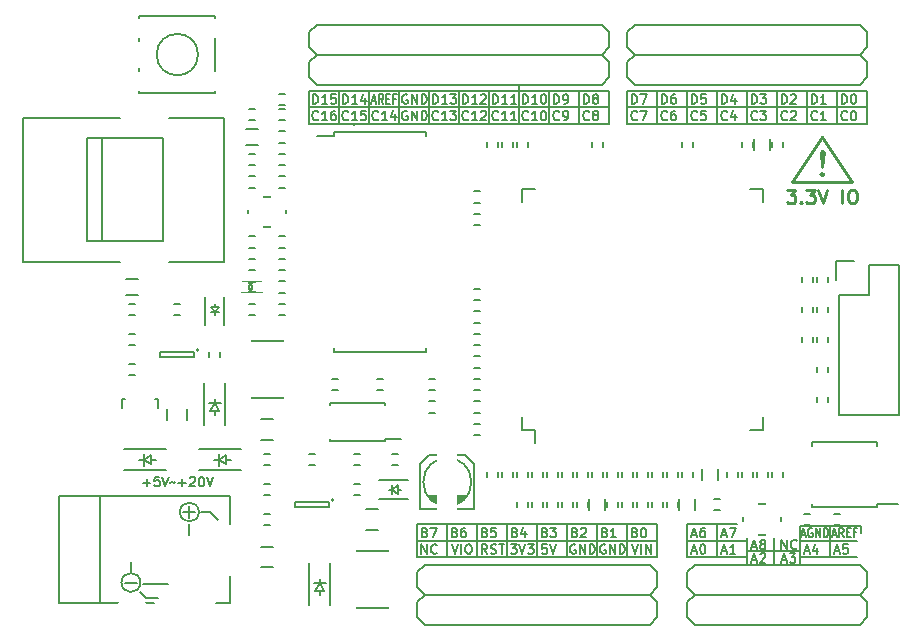
<source format=gto>
G04 #@! TF.FileFunction,Legend,Top*
%FSLAX46Y46*%
G04 Gerber Fmt 4.6, Leading zero omitted, Abs format (unit mm)*
G04 Created by KiCad (PCBNEW (2015-07-11 BZR 5925, Git c291b88)-product) date 22/08/2015 23:31:56*
%MOMM*%
G01*
G04 APERTURE LIST*
%ADD10C,0.100000*%
%ADD11C,0.150000*%
%ADD12C,0.254000*%
%ADD13C,0.203200*%
%ADD14C,2.540000*%
%ADD15R,0.601600X0.701600*%
%ADD16R,1.001600X0.601600*%
%ADD17R,0.901700X0.901700*%
%ADD18R,0.751600X1.161600*%
%ADD19R,1.501600X1.301600*%
%ADD20R,0.351600X1.551600*%
%ADD21R,1.551600X0.351600*%
%ADD22R,1.321600X1.011600*%
%ADD23R,0.701600X0.601600*%
%ADD24R,1.351600X1.101600*%
%ADD25R,1.101600X1.351600*%
%ADD26R,0.691600X0.551600*%
%ADD27R,0.601600X1.001600*%
%ADD28R,1.602740X5.402580*%
%ADD29R,1.828800X1.828800*%
%ADD30O,1.828800X1.828800*%
%ADD31R,1.651600X1.401600*%
%ADD32R,1.551600X0.551600*%
%ADD33R,0.899160X0.899160*%
%ADD34R,1.301600X0.501600*%
%ADD35R,1.801600X0.751600*%
%ADD36R,1.701800X2.702560*%
%ADD37R,1.011600X1.321600*%
%ADD38R,1.301600X1.001600*%
%ADD39C,4.165600*%
%ADD40C,1.101600*%
%ADD41C,1.051600*%
%ADD42R,1.451600X0.501600*%
%ADD43C,2.101600*%
%ADD44R,2.641600X1.879600*%
%ADD45O,2.641600X1.879600*%
%ADD46O,1.828800X2.133600*%
%ADD47R,0.551600X0.691600*%
%ADD48C,1.625600*%
G04 APERTURE END LIST*
D10*
D11*
X114433714Y-113087143D02*
X115043238Y-113087143D01*
X114738476Y-113391905D02*
X114738476Y-112782381D01*
X115805143Y-112591905D02*
X115424190Y-112591905D01*
X115386095Y-112972857D01*
X115424190Y-112934762D01*
X115500381Y-112896667D01*
X115690857Y-112896667D01*
X115767047Y-112934762D01*
X115805143Y-112972857D01*
X115843238Y-113049048D01*
X115843238Y-113239524D01*
X115805143Y-113315714D01*
X115767047Y-113353810D01*
X115690857Y-113391905D01*
X115500381Y-113391905D01*
X115424190Y-113353810D01*
X115386095Y-113315714D01*
X116071809Y-112591905D02*
X116338476Y-113391905D01*
X116605143Y-112591905D01*
X116757523Y-113087143D02*
X116795619Y-113049048D01*
X116871809Y-113010952D01*
X117024190Y-113087143D01*
X117100381Y-113049048D01*
X117138476Y-113010952D01*
X117443238Y-113087143D02*
X118052762Y-113087143D01*
X117748000Y-113391905D02*
X117748000Y-112782381D01*
X118395619Y-112668095D02*
X118433714Y-112630000D01*
X118509905Y-112591905D01*
X118700381Y-112591905D01*
X118776571Y-112630000D01*
X118814667Y-112668095D01*
X118852762Y-112744286D01*
X118852762Y-112820476D01*
X118814667Y-112934762D01*
X118357524Y-113391905D01*
X118852762Y-113391905D01*
X119348000Y-112591905D02*
X119424191Y-112591905D01*
X119500381Y-112630000D01*
X119538476Y-112668095D01*
X119576572Y-112744286D01*
X119614667Y-112896667D01*
X119614667Y-113087143D01*
X119576572Y-113239524D01*
X119538476Y-113315714D01*
X119500381Y-113353810D01*
X119424191Y-113391905D01*
X119348000Y-113391905D01*
X119271810Y-113353810D01*
X119233714Y-113315714D01*
X119195619Y-113239524D01*
X119157524Y-113087143D01*
X119157524Y-112896667D01*
X119195619Y-112744286D01*
X119233714Y-112668095D01*
X119271810Y-112630000D01*
X119348000Y-112591905D01*
X119843238Y-112591905D02*
X120109905Y-113391905D01*
X120376572Y-112591905D01*
X114427000Y-121666000D02*
X116586000Y-121666000D01*
X113411000Y-119888000D02*
X113538000Y-119761000D01*
X113411000Y-120523000D02*
X113411000Y-119888000D01*
X114681000Y-122809000D02*
X115697000Y-122809000D01*
X114173000Y-122301000D02*
X114681000Y-122809000D01*
X118364000Y-116586000D02*
X118364000Y-117475000D01*
X120142000Y-115570000D02*
X120777000Y-116205000D01*
X119380000Y-115570000D02*
X120142000Y-115570000D01*
X114214219Y-121539000D02*
G75*
G03X114214219Y-121539000I-803219J0D01*
G01*
X112903000Y-121539000D02*
X113919000Y-121539000D01*
X119167219Y-115570000D02*
G75*
G03X119167219Y-115570000I-803219J0D01*
G01*
X118872000Y-115570000D02*
X117856000Y-115570000D01*
X118364000Y-115062000D02*
X118364000Y-116078000D01*
D12*
X168964429Y-88274071D02*
X169672000Y-88274071D01*
X169291000Y-88709500D01*
X169454286Y-88709500D01*
X169563143Y-88763929D01*
X169617572Y-88818357D01*
X169672000Y-88927214D01*
X169672000Y-89199357D01*
X169617572Y-89308214D01*
X169563143Y-89362643D01*
X169454286Y-89417071D01*
X169127714Y-89417071D01*
X169018857Y-89362643D01*
X168964429Y-89308214D01*
X170161857Y-89308214D02*
X170216285Y-89362643D01*
X170161857Y-89417071D01*
X170107428Y-89362643D01*
X170161857Y-89308214D01*
X170161857Y-89417071D01*
X170597286Y-88274071D02*
X171304857Y-88274071D01*
X170923857Y-88709500D01*
X171087143Y-88709500D01*
X171196000Y-88763929D01*
X171250429Y-88818357D01*
X171304857Y-88927214D01*
X171304857Y-89199357D01*
X171250429Y-89308214D01*
X171196000Y-89362643D01*
X171087143Y-89417071D01*
X170760571Y-89417071D01*
X170651714Y-89362643D01*
X170597286Y-89308214D01*
X171631428Y-88274071D02*
X172012428Y-89417071D01*
X172393428Y-88274071D01*
X173645285Y-89417071D02*
X173645285Y-88274071D01*
X174407285Y-88274071D02*
X174624999Y-88274071D01*
X174733857Y-88328500D01*
X174842714Y-88437357D01*
X174897142Y-88655071D01*
X174897142Y-89036071D01*
X174842714Y-89253786D01*
X174733857Y-89362643D01*
X174624999Y-89417071D01*
X174407285Y-89417071D01*
X174298428Y-89362643D01*
X174189571Y-89253786D01*
X174135142Y-89036071D01*
X174135142Y-88655071D01*
X174189571Y-88437357D01*
X174298428Y-88328500D01*
X174407285Y-88274071D01*
D11*
X165608000Y-118872000D02*
X170053000Y-118872000D01*
X163068000Y-116586000D02*
X163068000Y-119380000D01*
X167894000Y-117729000D02*
X167894000Y-120015000D01*
X165608000Y-117729000D02*
X165608000Y-117983000D01*
X170053000Y-119380000D02*
X170053000Y-120015000D01*
X165608000Y-119380000D02*
X165608000Y-120015000D01*
X170688000Y-117983000D02*
X170053000Y-117983000D01*
X170053000Y-119380000D02*
X170688000Y-119380000D01*
X170053000Y-116713000D02*
X170053000Y-119380000D01*
X172593000Y-116713000D02*
X170053000Y-116713000D01*
X175260000Y-116713000D02*
X175260000Y-117348000D01*
X175260000Y-116713000D02*
X172593000Y-116713000D01*
X172593000Y-117983000D02*
X172593000Y-116713000D01*
X172593000Y-119380000D02*
X172593000Y-118110000D01*
X172593000Y-117983000D02*
X172593000Y-119380000D01*
X170688000Y-117983000D02*
X174879000Y-117983000D01*
X174879000Y-119380000D02*
X170688000Y-119380000D01*
X165608000Y-119253000D02*
X165608000Y-117983000D01*
X165608000Y-119380000D02*
X165608000Y-119253000D01*
X160528000Y-119380000D02*
X165608000Y-119380000D01*
X160528000Y-117983000D02*
X160528000Y-119380000D01*
X160528000Y-117983000D02*
X165608000Y-117983000D01*
X160528000Y-116586000D02*
X160528000Y-117983000D01*
X164719000Y-116586000D02*
X160528000Y-116586000D01*
X155448000Y-119380000D02*
X155448000Y-116586000D01*
X152908000Y-119380000D02*
X152908000Y-116586000D01*
X150368000Y-119380000D02*
X150368000Y-116586000D01*
X147828000Y-116586000D02*
X147701000Y-116586000D01*
X147828000Y-119380000D02*
X147828000Y-116586000D01*
X145288000Y-119380000D02*
X145288000Y-116586000D01*
X142748000Y-119380000D02*
X142748000Y-116586000D01*
X140208000Y-119380000D02*
X140208000Y-116586000D01*
X137668000Y-117983000D02*
X137795000Y-117983000D01*
X137668000Y-116586000D02*
X137668000Y-117983000D01*
X157988000Y-116586000D02*
X137668000Y-116586000D01*
X157988000Y-117983000D02*
X157988000Y-116586000D01*
X157988000Y-117983000D02*
X157988000Y-119380000D01*
X137668000Y-117983000D02*
X157988000Y-117983000D01*
X137668000Y-119380000D02*
X137668000Y-117983000D01*
X157988000Y-119380000D02*
X137668000Y-119380000D01*
X155448000Y-81280000D02*
X175768000Y-81280000D01*
X173228000Y-79883000D02*
X173228000Y-82677000D01*
X170688000Y-82677000D02*
X171450000Y-82677000D01*
X170688000Y-79883000D02*
X170688000Y-82677000D01*
X170688000Y-79883000D02*
X170688000Y-82677000D01*
X168148000Y-79883000D02*
X168148000Y-82677000D01*
X168021000Y-79883000D02*
X168148000Y-79883000D01*
X165608000Y-82677000D02*
X165735000Y-82677000D01*
X165608000Y-79883000D02*
X165608000Y-82677000D01*
X163068000Y-79883000D02*
X163068000Y-82677000D01*
X160528000Y-79883000D02*
X160528000Y-82677000D01*
X157988000Y-79883000D02*
X157988000Y-82677000D01*
X155448000Y-82677000D02*
X155448000Y-79883000D01*
X175768000Y-82677000D02*
X155448000Y-82677000D01*
X175768000Y-79883000D02*
X175768000Y-82677000D01*
X155448000Y-79883000D02*
X175768000Y-79883000D01*
X132334000Y-82677000D02*
X132334000Y-82804000D01*
X131064000Y-82677000D02*
X132334000Y-82677000D01*
X131064000Y-79883000D02*
X131064000Y-82677000D01*
X133604000Y-79883000D02*
X133604000Y-82677000D01*
X136144000Y-79883000D02*
X136144000Y-82677000D01*
X138684000Y-79883000D02*
X138684000Y-82677000D01*
X141224000Y-79883000D02*
X141224000Y-82677000D01*
X143764000Y-79883000D02*
X143764000Y-82677000D01*
X146304000Y-79375000D02*
X146304000Y-82677000D01*
X148844000Y-79883000D02*
X148844000Y-82677000D01*
X151384000Y-79883000D02*
X151384000Y-82677000D01*
X153924000Y-82677000D02*
X153924000Y-79883000D01*
X128524000Y-82677000D02*
X153924000Y-82677000D01*
X128524000Y-79883000D02*
X128524000Y-82677000D01*
X128524000Y-81280000D02*
X153924000Y-81280000D01*
X128524000Y-79883000D02*
X128778000Y-79883000D01*
X128778000Y-79883000D02*
X153924000Y-79883000D01*
X174059905Y-82327714D02*
X174021810Y-82365810D01*
X173907524Y-82403905D01*
X173831334Y-82403905D01*
X173717048Y-82365810D01*
X173640857Y-82289619D01*
X173602762Y-82213429D01*
X173564667Y-82061048D01*
X173564667Y-81946762D01*
X173602762Y-81794381D01*
X173640857Y-81718190D01*
X173717048Y-81642000D01*
X173831334Y-81603905D01*
X173907524Y-81603905D01*
X174021810Y-81642000D01*
X174059905Y-81680095D01*
X174555143Y-81603905D02*
X174631334Y-81603905D01*
X174707524Y-81642000D01*
X174745619Y-81680095D01*
X174783715Y-81756286D01*
X174821810Y-81908667D01*
X174821810Y-82099143D01*
X174783715Y-82251524D01*
X174745619Y-82327714D01*
X174707524Y-82365810D01*
X174631334Y-82403905D01*
X174555143Y-82403905D01*
X174478953Y-82365810D01*
X174440857Y-82327714D01*
X174402762Y-82251524D01*
X174364667Y-82099143D01*
X174364667Y-81908667D01*
X174402762Y-81756286D01*
X174440857Y-81680095D01*
X174478953Y-81642000D01*
X174555143Y-81603905D01*
X171519905Y-82327714D02*
X171481810Y-82365810D01*
X171367524Y-82403905D01*
X171291334Y-82403905D01*
X171177048Y-82365810D01*
X171100857Y-82289619D01*
X171062762Y-82213429D01*
X171024667Y-82061048D01*
X171024667Y-81946762D01*
X171062762Y-81794381D01*
X171100857Y-81718190D01*
X171177048Y-81642000D01*
X171291334Y-81603905D01*
X171367524Y-81603905D01*
X171481810Y-81642000D01*
X171519905Y-81680095D01*
X172281810Y-82403905D02*
X171824667Y-82403905D01*
X172053238Y-82403905D02*
X172053238Y-81603905D01*
X171977048Y-81718190D01*
X171900857Y-81794381D01*
X171824667Y-81832476D01*
X168979905Y-82327714D02*
X168941810Y-82365810D01*
X168827524Y-82403905D01*
X168751334Y-82403905D01*
X168637048Y-82365810D01*
X168560857Y-82289619D01*
X168522762Y-82213429D01*
X168484667Y-82061048D01*
X168484667Y-81946762D01*
X168522762Y-81794381D01*
X168560857Y-81718190D01*
X168637048Y-81642000D01*
X168751334Y-81603905D01*
X168827524Y-81603905D01*
X168941810Y-81642000D01*
X168979905Y-81680095D01*
X169284667Y-81680095D02*
X169322762Y-81642000D01*
X169398953Y-81603905D01*
X169589429Y-81603905D01*
X169665619Y-81642000D01*
X169703715Y-81680095D01*
X169741810Y-81756286D01*
X169741810Y-81832476D01*
X169703715Y-81946762D01*
X169246572Y-82403905D01*
X169741810Y-82403905D01*
X166439905Y-82327714D02*
X166401810Y-82365810D01*
X166287524Y-82403905D01*
X166211334Y-82403905D01*
X166097048Y-82365810D01*
X166020857Y-82289619D01*
X165982762Y-82213429D01*
X165944667Y-82061048D01*
X165944667Y-81946762D01*
X165982762Y-81794381D01*
X166020857Y-81718190D01*
X166097048Y-81642000D01*
X166211334Y-81603905D01*
X166287524Y-81603905D01*
X166401810Y-81642000D01*
X166439905Y-81680095D01*
X166706572Y-81603905D02*
X167201810Y-81603905D01*
X166935143Y-81908667D01*
X167049429Y-81908667D01*
X167125619Y-81946762D01*
X167163715Y-81984857D01*
X167201810Y-82061048D01*
X167201810Y-82251524D01*
X167163715Y-82327714D01*
X167125619Y-82365810D01*
X167049429Y-82403905D01*
X166820857Y-82403905D01*
X166744667Y-82365810D01*
X166706572Y-82327714D01*
X163899905Y-82327714D02*
X163861810Y-82365810D01*
X163747524Y-82403905D01*
X163671334Y-82403905D01*
X163557048Y-82365810D01*
X163480857Y-82289619D01*
X163442762Y-82213429D01*
X163404667Y-82061048D01*
X163404667Y-81946762D01*
X163442762Y-81794381D01*
X163480857Y-81718190D01*
X163557048Y-81642000D01*
X163671334Y-81603905D01*
X163747524Y-81603905D01*
X163861810Y-81642000D01*
X163899905Y-81680095D01*
X164585619Y-81870571D02*
X164585619Y-82403905D01*
X164395143Y-81565810D02*
X164204667Y-82137238D01*
X164699905Y-82137238D01*
X161359905Y-82327714D02*
X161321810Y-82365810D01*
X161207524Y-82403905D01*
X161131334Y-82403905D01*
X161017048Y-82365810D01*
X160940857Y-82289619D01*
X160902762Y-82213429D01*
X160864667Y-82061048D01*
X160864667Y-81946762D01*
X160902762Y-81794381D01*
X160940857Y-81718190D01*
X161017048Y-81642000D01*
X161131334Y-81603905D01*
X161207524Y-81603905D01*
X161321810Y-81642000D01*
X161359905Y-81680095D01*
X162083715Y-81603905D02*
X161702762Y-81603905D01*
X161664667Y-81984857D01*
X161702762Y-81946762D01*
X161778953Y-81908667D01*
X161969429Y-81908667D01*
X162045619Y-81946762D01*
X162083715Y-81984857D01*
X162121810Y-82061048D01*
X162121810Y-82251524D01*
X162083715Y-82327714D01*
X162045619Y-82365810D01*
X161969429Y-82403905D01*
X161778953Y-82403905D01*
X161702762Y-82365810D01*
X161664667Y-82327714D01*
X158819905Y-82327714D02*
X158781810Y-82365810D01*
X158667524Y-82403905D01*
X158591334Y-82403905D01*
X158477048Y-82365810D01*
X158400857Y-82289619D01*
X158362762Y-82213429D01*
X158324667Y-82061048D01*
X158324667Y-81946762D01*
X158362762Y-81794381D01*
X158400857Y-81718190D01*
X158477048Y-81642000D01*
X158591334Y-81603905D01*
X158667524Y-81603905D01*
X158781810Y-81642000D01*
X158819905Y-81680095D01*
X159505619Y-81603905D02*
X159353238Y-81603905D01*
X159277048Y-81642000D01*
X159238953Y-81680095D01*
X159162762Y-81794381D01*
X159124667Y-81946762D01*
X159124667Y-82251524D01*
X159162762Y-82327714D01*
X159200857Y-82365810D01*
X159277048Y-82403905D01*
X159429429Y-82403905D01*
X159505619Y-82365810D01*
X159543715Y-82327714D01*
X159581810Y-82251524D01*
X159581810Y-82061048D01*
X159543715Y-81984857D01*
X159505619Y-81946762D01*
X159429429Y-81908667D01*
X159277048Y-81908667D01*
X159200857Y-81946762D01*
X159162762Y-81984857D01*
X159124667Y-82061048D01*
X156279905Y-82327714D02*
X156241810Y-82365810D01*
X156127524Y-82403905D01*
X156051334Y-82403905D01*
X155937048Y-82365810D01*
X155860857Y-82289619D01*
X155822762Y-82213429D01*
X155784667Y-82061048D01*
X155784667Y-81946762D01*
X155822762Y-81794381D01*
X155860857Y-81718190D01*
X155937048Y-81642000D01*
X156051334Y-81603905D01*
X156127524Y-81603905D01*
X156241810Y-81642000D01*
X156279905Y-81680095D01*
X156546572Y-81603905D02*
X157079905Y-81603905D01*
X156737048Y-82403905D01*
X173602762Y-81006905D02*
X173602762Y-80206905D01*
X173793238Y-80206905D01*
X173907524Y-80245000D01*
X173983715Y-80321190D01*
X174021810Y-80397381D01*
X174059905Y-80549762D01*
X174059905Y-80664048D01*
X174021810Y-80816429D01*
X173983715Y-80892619D01*
X173907524Y-80968810D01*
X173793238Y-81006905D01*
X173602762Y-81006905D01*
X174555143Y-80206905D02*
X174631334Y-80206905D01*
X174707524Y-80245000D01*
X174745619Y-80283095D01*
X174783715Y-80359286D01*
X174821810Y-80511667D01*
X174821810Y-80702143D01*
X174783715Y-80854524D01*
X174745619Y-80930714D01*
X174707524Y-80968810D01*
X174631334Y-81006905D01*
X174555143Y-81006905D01*
X174478953Y-80968810D01*
X174440857Y-80930714D01*
X174402762Y-80854524D01*
X174364667Y-80702143D01*
X174364667Y-80511667D01*
X174402762Y-80359286D01*
X174440857Y-80283095D01*
X174478953Y-80245000D01*
X174555143Y-80206905D01*
X171062762Y-81006905D02*
X171062762Y-80206905D01*
X171253238Y-80206905D01*
X171367524Y-80245000D01*
X171443715Y-80321190D01*
X171481810Y-80397381D01*
X171519905Y-80549762D01*
X171519905Y-80664048D01*
X171481810Y-80816429D01*
X171443715Y-80892619D01*
X171367524Y-80968810D01*
X171253238Y-81006905D01*
X171062762Y-81006905D01*
X172281810Y-81006905D02*
X171824667Y-81006905D01*
X172053238Y-81006905D02*
X172053238Y-80206905D01*
X171977048Y-80321190D01*
X171900857Y-80397381D01*
X171824667Y-80435476D01*
X168522762Y-81006905D02*
X168522762Y-80206905D01*
X168713238Y-80206905D01*
X168827524Y-80245000D01*
X168903715Y-80321190D01*
X168941810Y-80397381D01*
X168979905Y-80549762D01*
X168979905Y-80664048D01*
X168941810Y-80816429D01*
X168903715Y-80892619D01*
X168827524Y-80968810D01*
X168713238Y-81006905D01*
X168522762Y-81006905D01*
X169284667Y-80283095D02*
X169322762Y-80245000D01*
X169398953Y-80206905D01*
X169589429Y-80206905D01*
X169665619Y-80245000D01*
X169703715Y-80283095D01*
X169741810Y-80359286D01*
X169741810Y-80435476D01*
X169703715Y-80549762D01*
X169246572Y-81006905D01*
X169741810Y-81006905D01*
X165982762Y-81006905D02*
X165982762Y-80206905D01*
X166173238Y-80206905D01*
X166287524Y-80245000D01*
X166363715Y-80321190D01*
X166401810Y-80397381D01*
X166439905Y-80549762D01*
X166439905Y-80664048D01*
X166401810Y-80816429D01*
X166363715Y-80892619D01*
X166287524Y-80968810D01*
X166173238Y-81006905D01*
X165982762Y-81006905D01*
X166706572Y-80206905D02*
X167201810Y-80206905D01*
X166935143Y-80511667D01*
X167049429Y-80511667D01*
X167125619Y-80549762D01*
X167163715Y-80587857D01*
X167201810Y-80664048D01*
X167201810Y-80854524D01*
X167163715Y-80930714D01*
X167125619Y-80968810D01*
X167049429Y-81006905D01*
X166820857Y-81006905D01*
X166744667Y-80968810D01*
X166706572Y-80930714D01*
X163442762Y-81006905D02*
X163442762Y-80206905D01*
X163633238Y-80206905D01*
X163747524Y-80245000D01*
X163823715Y-80321190D01*
X163861810Y-80397381D01*
X163899905Y-80549762D01*
X163899905Y-80664048D01*
X163861810Y-80816429D01*
X163823715Y-80892619D01*
X163747524Y-80968810D01*
X163633238Y-81006905D01*
X163442762Y-81006905D01*
X164585619Y-80473571D02*
X164585619Y-81006905D01*
X164395143Y-80168810D02*
X164204667Y-80740238D01*
X164699905Y-80740238D01*
X160902762Y-81006905D02*
X160902762Y-80206905D01*
X161093238Y-80206905D01*
X161207524Y-80245000D01*
X161283715Y-80321190D01*
X161321810Y-80397381D01*
X161359905Y-80549762D01*
X161359905Y-80664048D01*
X161321810Y-80816429D01*
X161283715Y-80892619D01*
X161207524Y-80968810D01*
X161093238Y-81006905D01*
X160902762Y-81006905D01*
X162083715Y-80206905D02*
X161702762Y-80206905D01*
X161664667Y-80587857D01*
X161702762Y-80549762D01*
X161778953Y-80511667D01*
X161969429Y-80511667D01*
X162045619Y-80549762D01*
X162083715Y-80587857D01*
X162121810Y-80664048D01*
X162121810Y-80854524D01*
X162083715Y-80930714D01*
X162045619Y-80968810D01*
X161969429Y-81006905D01*
X161778953Y-81006905D01*
X161702762Y-80968810D01*
X161664667Y-80930714D01*
X158362762Y-81006905D02*
X158362762Y-80206905D01*
X158553238Y-80206905D01*
X158667524Y-80245000D01*
X158743715Y-80321190D01*
X158781810Y-80397381D01*
X158819905Y-80549762D01*
X158819905Y-80664048D01*
X158781810Y-80816429D01*
X158743715Y-80892619D01*
X158667524Y-80968810D01*
X158553238Y-81006905D01*
X158362762Y-81006905D01*
X159505619Y-80206905D02*
X159353238Y-80206905D01*
X159277048Y-80245000D01*
X159238953Y-80283095D01*
X159162762Y-80397381D01*
X159124667Y-80549762D01*
X159124667Y-80854524D01*
X159162762Y-80930714D01*
X159200857Y-80968810D01*
X159277048Y-81006905D01*
X159429429Y-81006905D01*
X159505619Y-80968810D01*
X159543715Y-80930714D01*
X159581810Y-80854524D01*
X159581810Y-80664048D01*
X159543715Y-80587857D01*
X159505619Y-80549762D01*
X159429429Y-80511667D01*
X159277048Y-80511667D01*
X159200857Y-80549762D01*
X159162762Y-80587857D01*
X159124667Y-80664048D01*
X155822762Y-81006905D02*
X155822762Y-80206905D01*
X156013238Y-80206905D01*
X156127524Y-80245000D01*
X156203715Y-80321190D01*
X156241810Y-80397381D01*
X156279905Y-80549762D01*
X156279905Y-80664048D01*
X156241810Y-80816429D01*
X156203715Y-80892619D01*
X156127524Y-80968810D01*
X156013238Y-81006905D01*
X155822762Y-81006905D01*
X156546572Y-80206905D02*
X157079905Y-80206905D01*
X156737048Y-81006905D01*
X152215905Y-82327714D02*
X152177810Y-82365810D01*
X152063524Y-82403905D01*
X151987334Y-82403905D01*
X151873048Y-82365810D01*
X151796857Y-82289619D01*
X151758762Y-82213429D01*
X151720667Y-82061048D01*
X151720667Y-81946762D01*
X151758762Y-81794381D01*
X151796857Y-81718190D01*
X151873048Y-81642000D01*
X151987334Y-81603905D01*
X152063524Y-81603905D01*
X152177810Y-81642000D01*
X152215905Y-81680095D01*
X152673048Y-81946762D02*
X152596857Y-81908667D01*
X152558762Y-81870571D01*
X152520667Y-81794381D01*
X152520667Y-81756286D01*
X152558762Y-81680095D01*
X152596857Y-81642000D01*
X152673048Y-81603905D01*
X152825429Y-81603905D01*
X152901619Y-81642000D01*
X152939715Y-81680095D01*
X152977810Y-81756286D01*
X152977810Y-81794381D01*
X152939715Y-81870571D01*
X152901619Y-81908667D01*
X152825429Y-81946762D01*
X152673048Y-81946762D01*
X152596857Y-81984857D01*
X152558762Y-82022952D01*
X152520667Y-82099143D01*
X152520667Y-82251524D01*
X152558762Y-82327714D01*
X152596857Y-82365810D01*
X152673048Y-82403905D01*
X152825429Y-82403905D01*
X152901619Y-82365810D01*
X152939715Y-82327714D01*
X152977810Y-82251524D01*
X152977810Y-82099143D01*
X152939715Y-82022952D01*
X152901619Y-81984857D01*
X152825429Y-81946762D01*
X149675905Y-82327714D02*
X149637810Y-82365810D01*
X149523524Y-82403905D01*
X149447334Y-82403905D01*
X149333048Y-82365810D01*
X149256857Y-82289619D01*
X149218762Y-82213429D01*
X149180667Y-82061048D01*
X149180667Y-81946762D01*
X149218762Y-81794381D01*
X149256857Y-81718190D01*
X149333048Y-81642000D01*
X149447334Y-81603905D01*
X149523524Y-81603905D01*
X149637810Y-81642000D01*
X149675905Y-81680095D01*
X150056857Y-82403905D02*
X150209238Y-82403905D01*
X150285429Y-82365810D01*
X150323524Y-82327714D01*
X150399715Y-82213429D01*
X150437810Y-82061048D01*
X150437810Y-81756286D01*
X150399715Y-81680095D01*
X150361619Y-81642000D01*
X150285429Y-81603905D01*
X150133048Y-81603905D01*
X150056857Y-81642000D01*
X150018762Y-81680095D01*
X149980667Y-81756286D01*
X149980667Y-81946762D01*
X150018762Y-82022952D01*
X150056857Y-82061048D01*
X150133048Y-82099143D01*
X150285429Y-82099143D01*
X150361619Y-82061048D01*
X150399715Y-82022952D01*
X150437810Y-81946762D01*
X147059714Y-82327714D02*
X147021619Y-82365810D01*
X146907333Y-82403905D01*
X146831143Y-82403905D01*
X146716857Y-82365810D01*
X146640666Y-82289619D01*
X146602571Y-82213429D01*
X146564476Y-82061048D01*
X146564476Y-81946762D01*
X146602571Y-81794381D01*
X146640666Y-81718190D01*
X146716857Y-81642000D01*
X146831143Y-81603905D01*
X146907333Y-81603905D01*
X147021619Y-81642000D01*
X147059714Y-81680095D01*
X147821619Y-82403905D02*
X147364476Y-82403905D01*
X147593047Y-82403905D02*
X147593047Y-81603905D01*
X147516857Y-81718190D01*
X147440666Y-81794381D01*
X147364476Y-81832476D01*
X148316857Y-81603905D02*
X148393048Y-81603905D01*
X148469238Y-81642000D01*
X148507333Y-81680095D01*
X148545429Y-81756286D01*
X148583524Y-81908667D01*
X148583524Y-82099143D01*
X148545429Y-82251524D01*
X148507333Y-82327714D01*
X148469238Y-82365810D01*
X148393048Y-82403905D01*
X148316857Y-82403905D01*
X148240667Y-82365810D01*
X148202571Y-82327714D01*
X148164476Y-82251524D01*
X148126381Y-82099143D01*
X148126381Y-81908667D01*
X148164476Y-81756286D01*
X148202571Y-81680095D01*
X148240667Y-81642000D01*
X148316857Y-81603905D01*
X144519714Y-82327714D02*
X144481619Y-82365810D01*
X144367333Y-82403905D01*
X144291143Y-82403905D01*
X144176857Y-82365810D01*
X144100666Y-82289619D01*
X144062571Y-82213429D01*
X144024476Y-82061048D01*
X144024476Y-81946762D01*
X144062571Y-81794381D01*
X144100666Y-81718190D01*
X144176857Y-81642000D01*
X144291143Y-81603905D01*
X144367333Y-81603905D01*
X144481619Y-81642000D01*
X144519714Y-81680095D01*
X145281619Y-82403905D02*
X144824476Y-82403905D01*
X145053047Y-82403905D02*
X145053047Y-81603905D01*
X144976857Y-81718190D01*
X144900666Y-81794381D01*
X144824476Y-81832476D01*
X146043524Y-82403905D02*
X145586381Y-82403905D01*
X145814952Y-82403905D02*
X145814952Y-81603905D01*
X145738762Y-81718190D01*
X145662571Y-81794381D01*
X145586381Y-81832476D01*
X141979714Y-82327714D02*
X141941619Y-82365810D01*
X141827333Y-82403905D01*
X141751143Y-82403905D01*
X141636857Y-82365810D01*
X141560666Y-82289619D01*
X141522571Y-82213429D01*
X141484476Y-82061048D01*
X141484476Y-81946762D01*
X141522571Y-81794381D01*
X141560666Y-81718190D01*
X141636857Y-81642000D01*
X141751143Y-81603905D01*
X141827333Y-81603905D01*
X141941619Y-81642000D01*
X141979714Y-81680095D01*
X142741619Y-82403905D02*
X142284476Y-82403905D01*
X142513047Y-82403905D02*
X142513047Y-81603905D01*
X142436857Y-81718190D01*
X142360666Y-81794381D01*
X142284476Y-81832476D01*
X143046381Y-81680095D02*
X143084476Y-81642000D01*
X143160667Y-81603905D01*
X143351143Y-81603905D01*
X143427333Y-81642000D01*
X143465429Y-81680095D01*
X143503524Y-81756286D01*
X143503524Y-81832476D01*
X143465429Y-81946762D01*
X143008286Y-82403905D01*
X143503524Y-82403905D01*
X139439714Y-82327714D02*
X139401619Y-82365810D01*
X139287333Y-82403905D01*
X139211143Y-82403905D01*
X139096857Y-82365810D01*
X139020666Y-82289619D01*
X138982571Y-82213429D01*
X138944476Y-82061048D01*
X138944476Y-81946762D01*
X138982571Y-81794381D01*
X139020666Y-81718190D01*
X139096857Y-81642000D01*
X139211143Y-81603905D01*
X139287333Y-81603905D01*
X139401619Y-81642000D01*
X139439714Y-81680095D01*
X140201619Y-82403905D02*
X139744476Y-82403905D01*
X139973047Y-82403905D02*
X139973047Y-81603905D01*
X139896857Y-81718190D01*
X139820666Y-81794381D01*
X139744476Y-81832476D01*
X140468286Y-81603905D02*
X140963524Y-81603905D01*
X140696857Y-81908667D01*
X140811143Y-81908667D01*
X140887333Y-81946762D01*
X140925429Y-81984857D01*
X140963524Y-82061048D01*
X140963524Y-82251524D01*
X140925429Y-82327714D01*
X140887333Y-82365810D01*
X140811143Y-82403905D01*
X140582571Y-82403905D01*
X140506381Y-82365810D01*
X140468286Y-82327714D01*
X136804477Y-81642000D02*
X136728286Y-81603905D01*
X136614001Y-81603905D01*
X136499715Y-81642000D01*
X136423524Y-81718190D01*
X136385429Y-81794381D01*
X136347334Y-81946762D01*
X136347334Y-82061048D01*
X136385429Y-82213429D01*
X136423524Y-82289619D01*
X136499715Y-82365810D01*
X136614001Y-82403905D01*
X136690191Y-82403905D01*
X136804477Y-82365810D01*
X136842572Y-82327714D01*
X136842572Y-82061048D01*
X136690191Y-82061048D01*
X137185429Y-82403905D02*
X137185429Y-81603905D01*
X137642572Y-82403905D01*
X137642572Y-81603905D01*
X138023524Y-82403905D02*
X138023524Y-81603905D01*
X138214000Y-81603905D01*
X138328286Y-81642000D01*
X138404477Y-81718190D01*
X138442572Y-81794381D01*
X138480667Y-81946762D01*
X138480667Y-82061048D01*
X138442572Y-82213429D01*
X138404477Y-82289619D01*
X138328286Y-82365810D01*
X138214000Y-82403905D01*
X138023524Y-82403905D01*
X134359714Y-82327714D02*
X134321619Y-82365810D01*
X134207333Y-82403905D01*
X134131143Y-82403905D01*
X134016857Y-82365810D01*
X133940666Y-82289619D01*
X133902571Y-82213429D01*
X133864476Y-82061048D01*
X133864476Y-81946762D01*
X133902571Y-81794381D01*
X133940666Y-81718190D01*
X134016857Y-81642000D01*
X134131143Y-81603905D01*
X134207333Y-81603905D01*
X134321619Y-81642000D01*
X134359714Y-81680095D01*
X135121619Y-82403905D02*
X134664476Y-82403905D01*
X134893047Y-82403905D02*
X134893047Y-81603905D01*
X134816857Y-81718190D01*
X134740666Y-81794381D01*
X134664476Y-81832476D01*
X135807333Y-81870571D02*
X135807333Y-82403905D01*
X135616857Y-81565810D02*
X135426381Y-82137238D01*
X135921619Y-82137238D01*
X131819714Y-82327714D02*
X131781619Y-82365810D01*
X131667333Y-82403905D01*
X131591143Y-82403905D01*
X131476857Y-82365810D01*
X131400666Y-82289619D01*
X131362571Y-82213429D01*
X131324476Y-82061048D01*
X131324476Y-81946762D01*
X131362571Y-81794381D01*
X131400666Y-81718190D01*
X131476857Y-81642000D01*
X131591143Y-81603905D01*
X131667333Y-81603905D01*
X131781619Y-81642000D01*
X131819714Y-81680095D01*
X132581619Y-82403905D02*
X132124476Y-82403905D01*
X132353047Y-82403905D02*
X132353047Y-81603905D01*
X132276857Y-81718190D01*
X132200666Y-81794381D01*
X132124476Y-81832476D01*
X133305429Y-81603905D02*
X132924476Y-81603905D01*
X132886381Y-81984857D01*
X132924476Y-81946762D01*
X133000667Y-81908667D01*
X133191143Y-81908667D01*
X133267333Y-81946762D01*
X133305429Y-81984857D01*
X133343524Y-82061048D01*
X133343524Y-82251524D01*
X133305429Y-82327714D01*
X133267333Y-82365810D01*
X133191143Y-82403905D01*
X133000667Y-82403905D01*
X132924476Y-82365810D01*
X132886381Y-82327714D01*
X151758762Y-81006905D02*
X151758762Y-80206905D01*
X151949238Y-80206905D01*
X152063524Y-80245000D01*
X152139715Y-80321190D01*
X152177810Y-80397381D01*
X152215905Y-80549762D01*
X152215905Y-80664048D01*
X152177810Y-80816429D01*
X152139715Y-80892619D01*
X152063524Y-80968810D01*
X151949238Y-81006905D01*
X151758762Y-81006905D01*
X152673048Y-80549762D02*
X152596857Y-80511667D01*
X152558762Y-80473571D01*
X152520667Y-80397381D01*
X152520667Y-80359286D01*
X152558762Y-80283095D01*
X152596857Y-80245000D01*
X152673048Y-80206905D01*
X152825429Y-80206905D01*
X152901619Y-80245000D01*
X152939715Y-80283095D01*
X152977810Y-80359286D01*
X152977810Y-80397381D01*
X152939715Y-80473571D01*
X152901619Y-80511667D01*
X152825429Y-80549762D01*
X152673048Y-80549762D01*
X152596857Y-80587857D01*
X152558762Y-80625952D01*
X152520667Y-80702143D01*
X152520667Y-80854524D01*
X152558762Y-80930714D01*
X152596857Y-80968810D01*
X152673048Y-81006905D01*
X152825429Y-81006905D01*
X152901619Y-80968810D01*
X152939715Y-80930714D01*
X152977810Y-80854524D01*
X152977810Y-80702143D01*
X152939715Y-80625952D01*
X152901619Y-80587857D01*
X152825429Y-80549762D01*
X149218762Y-81006905D02*
X149218762Y-80206905D01*
X149409238Y-80206905D01*
X149523524Y-80245000D01*
X149599715Y-80321190D01*
X149637810Y-80397381D01*
X149675905Y-80549762D01*
X149675905Y-80664048D01*
X149637810Y-80816429D01*
X149599715Y-80892619D01*
X149523524Y-80968810D01*
X149409238Y-81006905D01*
X149218762Y-81006905D01*
X150056857Y-81006905D02*
X150209238Y-81006905D01*
X150285429Y-80968810D01*
X150323524Y-80930714D01*
X150399715Y-80816429D01*
X150437810Y-80664048D01*
X150437810Y-80359286D01*
X150399715Y-80283095D01*
X150361619Y-80245000D01*
X150285429Y-80206905D01*
X150133048Y-80206905D01*
X150056857Y-80245000D01*
X150018762Y-80283095D01*
X149980667Y-80359286D01*
X149980667Y-80549762D01*
X150018762Y-80625952D01*
X150056857Y-80664048D01*
X150133048Y-80702143D01*
X150285429Y-80702143D01*
X150361619Y-80664048D01*
X150399715Y-80625952D01*
X150437810Y-80549762D01*
X146602571Y-81006905D02*
X146602571Y-80206905D01*
X146793047Y-80206905D01*
X146907333Y-80245000D01*
X146983524Y-80321190D01*
X147021619Y-80397381D01*
X147059714Y-80549762D01*
X147059714Y-80664048D01*
X147021619Y-80816429D01*
X146983524Y-80892619D01*
X146907333Y-80968810D01*
X146793047Y-81006905D01*
X146602571Y-81006905D01*
X147821619Y-81006905D02*
X147364476Y-81006905D01*
X147593047Y-81006905D02*
X147593047Y-80206905D01*
X147516857Y-80321190D01*
X147440666Y-80397381D01*
X147364476Y-80435476D01*
X148316857Y-80206905D02*
X148393048Y-80206905D01*
X148469238Y-80245000D01*
X148507333Y-80283095D01*
X148545429Y-80359286D01*
X148583524Y-80511667D01*
X148583524Y-80702143D01*
X148545429Y-80854524D01*
X148507333Y-80930714D01*
X148469238Y-80968810D01*
X148393048Y-81006905D01*
X148316857Y-81006905D01*
X148240667Y-80968810D01*
X148202571Y-80930714D01*
X148164476Y-80854524D01*
X148126381Y-80702143D01*
X148126381Y-80511667D01*
X148164476Y-80359286D01*
X148202571Y-80283095D01*
X148240667Y-80245000D01*
X148316857Y-80206905D01*
X144062571Y-81006905D02*
X144062571Y-80206905D01*
X144253047Y-80206905D01*
X144367333Y-80245000D01*
X144443524Y-80321190D01*
X144481619Y-80397381D01*
X144519714Y-80549762D01*
X144519714Y-80664048D01*
X144481619Y-80816429D01*
X144443524Y-80892619D01*
X144367333Y-80968810D01*
X144253047Y-81006905D01*
X144062571Y-81006905D01*
X145281619Y-81006905D02*
X144824476Y-81006905D01*
X145053047Y-81006905D02*
X145053047Y-80206905D01*
X144976857Y-80321190D01*
X144900666Y-80397381D01*
X144824476Y-80435476D01*
X146043524Y-81006905D02*
X145586381Y-81006905D01*
X145814952Y-81006905D02*
X145814952Y-80206905D01*
X145738762Y-80321190D01*
X145662571Y-80397381D01*
X145586381Y-80435476D01*
X141522571Y-81006905D02*
X141522571Y-80206905D01*
X141713047Y-80206905D01*
X141827333Y-80245000D01*
X141903524Y-80321190D01*
X141941619Y-80397381D01*
X141979714Y-80549762D01*
X141979714Y-80664048D01*
X141941619Y-80816429D01*
X141903524Y-80892619D01*
X141827333Y-80968810D01*
X141713047Y-81006905D01*
X141522571Y-81006905D01*
X142741619Y-81006905D02*
X142284476Y-81006905D01*
X142513047Y-81006905D02*
X142513047Y-80206905D01*
X142436857Y-80321190D01*
X142360666Y-80397381D01*
X142284476Y-80435476D01*
X143046381Y-80283095D02*
X143084476Y-80245000D01*
X143160667Y-80206905D01*
X143351143Y-80206905D01*
X143427333Y-80245000D01*
X143465429Y-80283095D01*
X143503524Y-80359286D01*
X143503524Y-80435476D01*
X143465429Y-80549762D01*
X143008286Y-81006905D01*
X143503524Y-81006905D01*
X138982571Y-81006905D02*
X138982571Y-80206905D01*
X139173047Y-80206905D01*
X139287333Y-80245000D01*
X139363524Y-80321190D01*
X139401619Y-80397381D01*
X139439714Y-80549762D01*
X139439714Y-80664048D01*
X139401619Y-80816429D01*
X139363524Y-80892619D01*
X139287333Y-80968810D01*
X139173047Y-81006905D01*
X138982571Y-81006905D01*
X140201619Y-81006905D02*
X139744476Y-81006905D01*
X139973047Y-81006905D02*
X139973047Y-80206905D01*
X139896857Y-80321190D01*
X139820666Y-80397381D01*
X139744476Y-80435476D01*
X140468286Y-80206905D02*
X140963524Y-80206905D01*
X140696857Y-80511667D01*
X140811143Y-80511667D01*
X140887333Y-80549762D01*
X140925429Y-80587857D01*
X140963524Y-80664048D01*
X140963524Y-80854524D01*
X140925429Y-80930714D01*
X140887333Y-80968810D01*
X140811143Y-81006905D01*
X140582571Y-81006905D01*
X140506381Y-80968810D01*
X140468286Y-80930714D01*
X136804477Y-80245000D02*
X136728286Y-80206905D01*
X136614001Y-80206905D01*
X136499715Y-80245000D01*
X136423524Y-80321190D01*
X136385429Y-80397381D01*
X136347334Y-80549762D01*
X136347334Y-80664048D01*
X136385429Y-80816429D01*
X136423524Y-80892619D01*
X136499715Y-80968810D01*
X136614001Y-81006905D01*
X136690191Y-81006905D01*
X136804477Y-80968810D01*
X136842572Y-80930714D01*
X136842572Y-80664048D01*
X136690191Y-80664048D01*
X137185429Y-81006905D02*
X137185429Y-80206905D01*
X137642572Y-81006905D01*
X137642572Y-80206905D01*
X138023524Y-81006905D02*
X138023524Y-80206905D01*
X138214000Y-80206905D01*
X138328286Y-80245000D01*
X138404477Y-80321190D01*
X138442572Y-80397381D01*
X138480667Y-80549762D01*
X138480667Y-80664048D01*
X138442572Y-80816429D01*
X138404477Y-80892619D01*
X138328286Y-80968810D01*
X138214000Y-81006905D01*
X138023524Y-81006905D01*
X133845904Y-80778333D02*
X134148285Y-80778333D01*
X133785428Y-81006905D02*
X133997095Y-80206905D01*
X134208762Y-81006905D01*
X134783286Y-81006905D02*
X134571619Y-80625952D01*
X134420428Y-81006905D02*
X134420428Y-80206905D01*
X134662333Y-80206905D01*
X134722809Y-80245000D01*
X134753048Y-80283095D01*
X134783286Y-80359286D01*
X134783286Y-80473571D01*
X134753048Y-80549762D01*
X134722809Y-80587857D01*
X134662333Y-80625952D01*
X134420428Y-80625952D01*
X135055428Y-80587857D02*
X135267095Y-80587857D01*
X135357809Y-81006905D02*
X135055428Y-81006905D01*
X135055428Y-80206905D01*
X135357809Y-80206905D01*
X135841619Y-80587857D02*
X135629952Y-80587857D01*
X135629952Y-81006905D02*
X135629952Y-80206905D01*
X135932333Y-80206905D01*
X131362571Y-81006905D02*
X131362571Y-80206905D01*
X131553047Y-80206905D01*
X131667333Y-80245000D01*
X131743524Y-80321190D01*
X131781619Y-80397381D01*
X131819714Y-80549762D01*
X131819714Y-80664048D01*
X131781619Y-80816429D01*
X131743524Y-80892619D01*
X131667333Y-80968810D01*
X131553047Y-81006905D01*
X131362571Y-81006905D01*
X132581619Y-81006905D02*
X132124476Y-81006905D01*
X132353047Y-81006905D02*
X132353047Y-80206905D01*
X132276857Y-80321190D01*
X132200666Y-80397381D01*
X132124476Y-80435476D01*
X133267333Y-80473571D02*
X133267333Y-81006905D01*
X133076857Y-80168810D02*
X132886381Y-80740238D01*
X133381619Y-80740238D01*
X129279714Y-82327714D02*
X129241619Y-82365810D01*
X129127333Y-82403905D01*
X129051143Y-82403905D01*
X128936857Y-82365810D01*
X128860666Y-82289619D01*
X128822571Y-82213429D01*
X128784476Y-82061048D01*
X128784476Y-81946762D01*
X128822571Y-81794381D01*
X128860666Y-81718190D01*
X128936857Y-81642000D01*
X129051143Y-81603905D01*
X129127333Y-81603905D01*
X129241619Y-81642000D01*
X129279714Y-81680095D01*
X130041619Y-82403905D02*
X129584476Y-82403905D01*
X129813047Y-82403905D02*
X129813047Y-81603905D01*
X129736857Y-81718190D01*
X129660666Y-81794381D01*
X129584476Y-81832476D01*
X130727333Y-81603905D02*
X130574952Y-81603905D01*
X130498762Y-81642000D01*
X130460667Y-81680095D01*
X130384476Y-81794381D01*
X130346381Y-81946762D01*
X130346381Y-82251524D01*
X130384476Y-82327714D01*
X130422571Y-82365810D01*
X130498762Y-82403905D01*
X130651143Y-82403905D01*
X130727333Y-82365810D01*
X130765429Y-82327714D01*
X130803524Y-82251524D01*
X130803524Y-82061048D01*
X130765429Y-81984857D01*
X130727333Y-81946762D01*
X130651143Y-81908667D01*
X130498762Y-81908667D01*
X130422571Y-81946762D01*
X130384476Y-81984857D01*
X130346381Y-82061048D01*
X128822571Y-81006905D02*
X128822571Y-80206905D01*
X129013047Y-80206905D01*
X129127333Y-80245000D01*
X129203524Y-80321190D01*
X129241619Y-80397381D01*
X129279714Y-80549762D01*
X129279714Y-80664048D01*
X129241619Y-80816429D01*
X129203524Y-80892619D01*
X129127333Y-80968810D01*
X129013047Y-81006905D01*
X128822571Y-81006905D01*
X130041619Y-81006905D02*
X129584476Y-81006905D01*
X129813047Y-81006905D02*
X129813047Y-80206905D01*
X129736857Y-80321190D01*
X129660666Y-80397381D01*
X129584476Y-80435476D01*
X130765429Y-80206905D02*
X130384476Y-80206905D01*
X130346381Y-80587857D01*
X130384476Y-80549762D01*
X130460667Y-80511667D01*
X130651143Y-80511667D01*
X130727333Y-80549762D01*
X130765429Y-80587857D01*
X130803524Y-80664048D01*
X130803524Y-80854524D01*
X130765429Y-80930714D01*
X130727333Y-80968810D01*
X130651143Y-81006905D01*
X130460667Y-81006905D01*
X130384476Y-80968810D01*
X130346381Y-80930714D01*
X172834904Y-117481333D02*
X173137285Y-117481333D01*
X172774428Y-117709905D02*
X172986095Y-116909905D01*
X173197762Y-117709905D01*
X173772286Y-117709905D02*
X173560619Y-117328952D01*
X173409428Y-117709905D02*
X173409428Y-116909905D01*
X173651333Y-116909905D01*
X173711809Y-116948000D01*
X173742048Y-116986095D01*
X173772286Y-117062286D01*
X173772286Y-117176571D01*
X173742048Y-117252762D01*
X173711809Y-117290857D01*
X173651333Y-117328952D01*
X173409428Y-117328952D01*
X174044428Y-117290857D02*
X174256095Y-117290857D01*
X174346809Y-117709905D02*
X174044428Y-117709905D01*
X174044428Y-116909905D01*
X174346809Y-116909905D01*
X174830619Y-117290857D02*
X174618952Y-117290857D01*
X174618952Y-117709905D02*
X174618952Y-116909905D01*
X174921333Y-116909905D01*
X170204190Y-117481333D02*
X170506571Y-117481333D01*
X170143714Y-117709905D02*
X170355381Y-116909905D01*
X170567048Y-117709905D01*
X171111334Y-116948000D02*
X171050857Y-116909905D01*
X170960143Y-116909905D01*
X170869429Y-116948000D01*
X170808953Y-117024190D01*
X170778714Y-117100381D01*
X170748476Y-117252762D01*
X170748476Y-117367048D01*
X170778714Y-117519429D01*
X170808953Y-117595619D01*
X170869429Y-117671810D01*
X170960143Y-117709905D01*
X171020619Y-117709905D01*
X171111334Y-117671810D01*
X171141572Y-117633714D01*
X171141572Y-117367048D01*
X171020619Y-117367048D01*
X171413714Y-117709905D02*
X171413714Y-116909905D01*
X171776572Y-117709905D01*
X171776572Y-116909905D01*
X172078952Y-117709905D02*
X172078952Y-116909905D01*
X172230143Y-116909905D01*
X172320857Y-116948000D01*
X172381333Y-117024190D01*
X172411572Y-117100381D01*
X172441810Y-117252762D01*
X172441810Y-117367048D01*
X172411572Y-117519429D01*
X172381333Y-117595619D01*
X172320857Y-117671810D01*
X172230143Y-117709905D01*
X172078952Y-117709905D01*
X168484667Y-118725905D02*
X168484667Y-117925905D01*
X168941810Y-118725905D01*
X168941810Y-117925905D01*
X169779905Y-118649714D02*
X169741810Y-118687810D01*
X169627524Y-118725905D01*
X169551334Y-118725905D01*
X169437048Y-118687810D01*
X169360857Y-118611619D01*
X169322762Y-118535429D01*
X169284667Y-118383048D01*
X169284667Y-118268762D01*
X169322762Y-118116381D01*
X169360857Y-118040190D01*
X169437048Y-117964000D01*
X169551334Y-117925905D01*
X169627524Y-117925905D01*
X169741810Y-117964000D01*
X169779905Y-118002095D01*
X166001810Y-118497333D02*
X166382762Y-118497333D01*
X165925619Y-118725905D02*
X166192286Y-117925905D01*
X166458953Y-118725905D01*
X166839905Y-118268762D02*
X166763714Y-118230667D01*
X166725619Y-118192571D01*
X166687524Y-118116381D01*
X166687524Y-118078286D01*
X166725619Y-118002095D01*
X166763714Y-117964000D01*
X166839905Y-117925905D01*
X166992286Y-117925905D01*
X167068476Y-117964000D01*
X167106572Y-118002095D01*
X167144667Y-118078286D01*
X167144667Y-118116381D01*
X167106572Y-118192571D01*
X167068476Y-118230667D01*
X166992286Y-118268762D01*
X166839905Y-118268762D01*
X166763714Y-118306857D01*
X166725619Y-118344952D01*
X166687524Y-118421143D01*
X166687524Y-118573524D01*
X166725619Y-118649714D01*
X166763714Y-118687810D01*
X166839905Y-118725905D01*
X166992286Y-118725905D01*
X167068476Y-118687810D01*
X167106572Y-118649714D01*
X167144667Y-118573524D01*
X167144667Y-118421143D01*
X167106572Y-118344952D01*
X167068476Y-118306857D01*
X166992286Y-118268762D01*
X163461810Y-117481333D02*
X163842762Y-117481333D01*
X163385619Y-117709905D02*
X163652286Y-116909905D01*
X163918953Y-117709905D01*
X164109429Y-116909905D02*
X164642762Y-116909905D01*
X164299905Y-117709905D01*
X172986810Y-118878333D02*
X173367762Y-118878333D01*
X172910619Y-119106905D02*
X173177286Y-118306905D01*
X173443953Y-119106905D01*
X174091572Y-118306905D02*
X173710619Y-118306905D01*
X173672524Y-118687857D01*
X173710619Y-118649762D01*
X173786810Y-118611667D01*
X173977286Y-118611667D01*
X174053476Y-118649762D01*
X174091572Y-118687857D01*
X174129667Y-118764048D01*
X174129667Y-118954524D01*
X174091572Y-119030714D01*
X174053476Y-119068810D01*
X173977286Y-119106905D01*
X173786810Y-119106905D01*
X173710619Y-119068810D01*
X173672524Y-119030714D01*
X170446810Y-118878333D02*
X170827762Y-118878333D01*
X170370619Y-119106905D02*
X170637286Y-118306905D01*
X170903953Y-119106905D01*
X171513476Y-118573571D02*
X171513476Y-119106905D01*
X171323000Y-118268810D02*
X171132524Y-118840238D01*
X171627762Y-118840238D01*
X168541810Y-119640333D02*
X168922762Y-119640333D01*
X168465619Y-119868905D02*
X168732286Y-119068905D01*
X168998953Y-119868905D01*
X169189429Y-119068905D02*
X169684667Y-119068905D01*
X169418000Y-119373667D01*
X169532286Y-119373667D01*
X169608476Y-119411762D01*
X169646572Y-119449857D01*
X169684667Y-119526048D01*
X169684667Y-119716524D01*
X169646572Y-119792714D01*
X169608476Y-119830810D01*
X169532286Y-119868905D01*
X169303714Y-119868905D01*
X169227524Y-119830810D01*
X169189429Y-119792714D01*
X166001810Y-119640333D02*
X166382762Y-119640333D01*
X165925619Y-119868905D02*
X166192286Y-119068905D01*
X166458953Y-119868905D01*
X166687524Y-119145095D02*
X166725619Y-119107000D01*
X166801810Y-119068905D01*
X166992286Y-119068905D01*
X167068476Y-119107000D01*
X167106572Y-119145095D01*
X167144667Y-119221286D01*
X167144667Y-119297476D01*
X167106572Y-119411762D01*
X166649429Y-119868905D01*
X167144667Y-119868905D01*
X163461810Y-118878333D02*
X163842762Y-118878333D01*
X163385619Y-119106905D02*
X163652286Y-118306905D01*
X163918953Y-119106905D01*
X164604667Y-119106905D02*
X164147524Y-119106905D01*
X164376095Y-119106905D02*
X164376095Y-118306905D01*
X164299905Y-118421190D01*
X164223714Y-118497381D01*
X164147524Y-118535476D01*
X160921810Y-117481333D02*
X161302762Y-117481333D01*
X160845619Y-117709905D02*
X161112286Y-116909905D01*
X161378953Y-117709905D01*
X161988476Y-116909905D02*
X161836095Y-116909905D01*
X161759905Y-116948000D01*
X161721810Y-116986095D01*
X161645619Y-117100381D01*
X161607524Y-117252762D01*
X161607524Y-117557524D01*
X161645619Y-117633714D01*
X161683714Y-117671810D01*
X161759905Y-117709905D01*
X161912286Y-117709905D01*
X161988476Y-117671810D01*
X162026572Y-117633714D01*
X162064667Y-117557524D01*
X162064667Y-117367048D01*
X162026572Y-117290857D01*
X161988476Y-117252762D01*
X161912286Y-117214667D01*
X161759905Y-117214667D01*
X161683714Y-117252762D01*
X161645619Y-117290857D01*
X161607524Y-117367048D01*
X160921810Y-118878333D02*
X161302762Y-118878333D01*
X160845619Y-119106905D02*
X161112286Y-118306905D01*
X161378953Y-119106905D01*
X161798000Y-118306905D02*
X161874191Y-118306905D01*
X161950381Y-118345000D01*
X161988476Y-118383095D01*
X162026572Y-118459286D01*
X162064667Y-118611667D01*
X162064667Y-118802143D01*
X162026572Y-118954524D01*
X161988476Y-119030714D01*
X161950381Y-119068810D01*
X161874191Y-119106905D01*
X161798000Y-119106905D01*
X161721810Y-119068810D01*
X161683714Y-119030714D01*
X161645619Y-118954524D01*
X161607524Y-118802143D01*
X161607524Y-118611667D01*
X161645619Y-118459286D01*
X161683714Y-118383095D01*
X161721810Y-118345000D01*
X161798000Y-118306905D01*
X156089429Y-117290857D02*
X156203715Y-117328952D01*
X156241810Y-117367048D01*
X156279905Y-117443238D01*
X156279905Y-117557524D01*
X156241810Y-117633714D01*
X156203715Y-117671810D01*
X156127524Y-117709905D01*
X155822762Y-117709905D01*
X155822762Y-116909905D01*
X156089429Y-116909905D01*
X156165619Y-116948000D01*
X156203715Y-116986095D01*
X156241810Y-117062286D01*
X156241810Y-117138476D01*
X156203715Y-117214667D01*
X156165619Y-117252762D01*
X156089429Y-117290857D01*
X155822762Y-117290857D01*
X156775143Y-116909905D02*
X156851334Y-116909905D01*
X156927524Y-116948000D01*
X156965619Y-116986095D01*
X157003715Y-117062286D01*
X157041810Y-117214667D01*
X157041810Y-117405143D01*
X157003715Y-117557524D01*
X156965619Y-117633714D01*
X156927524Y-117671810D01*
X156851334Y-117709905D01*
X156775143Y-117709905D01*
X156698953Y-117671810D01*
X156660857Y-117633714D01*
X156622762Y-117557524D01*
X156584667Y-117405143D01*
X156584667Y-117214667D01*
X156622762Y-117062286D01*
X156660857Y-116986095D01*
X156698953Y-116948000D01*
X156775143Y-116909905D01*
X153549429Y-117290857D02*
X153663715Y-117328952D01*
X153701810Y-117367048D01*
X153739905Y-117443238D01*
X153739905Y-117557524D01*
X153701810Y-117633714D01*
X153663715Y-117671810D01*
X153587524Y-117709905D01*
X153282762Y-117709905D01*
X153282762Y-116909905D01*
X153549429Y-116909905D01*
X153625619Y-116948000D01*
X153663715Y-116986095D01*
X153701810Y-117062286D01*
X153701810Y-117138476D01*
X153663715Y-117214667D01*
X153625619Y-117252762D01*
X153549429Y-117290857D01*
X153282762Y-117290857D01*
X154501810Y-117709905D02*
X154044667Y-117709905D01*
X154273238Y-117709905D02*
X154273238Y-116909905D01*
X154197048Y-117024190D01*
X154120857Y-117100381D01*
X154044667Y-117138476D01*
X151009429Y-117290857D02*
X151123715Y-117328952D01*
X151161810Y-117367048D01*
X151199905Y-117443238D01*
X151199905Y-117557524D01*
X151161810Y-117633714D01*
X151123715Y-117671810D01*
X151047524Y-117709905D01*
X150742762Y-117709905D01*
X150742762Y-116909905D01*
X151009429Y-116909905D01*
X151085619Y-116948000D01*
X151123715Y-116986095D01*
X151161810Y-117062286D01*
X151161810Y-117138476D01*
X151123715Y-117214667D01*
X151085619Y-117252762D01*
X151009429Y-117290857D01*
X150742762Y-117290857D01*
X151504667Y-116986095D02*
X151542762Y-116948000D01*
X151618953Y-116909905D01*
X151809429Y-116909905D01*
X151885619Y-116948000D01*
X151923715Y-116986095D01*
X151961810Y-117062286D01*
X151961810Y-117138476D01*
X151923715Y-117252762D01*
X151466572Y-117709905D01*
X151961810Y-117709905D01*
X148469429Y-117290857D02*
X148583715Y-117328952D01*
X148621810Y-117367048D01*
X148659905Y-117443238D01*
X148659905Y-117557524D01*
X148621810Y-117633714D01*
X148583715Y-117671810D01*
X148507524Y-117709905D01*
X148202762Y-117709905D01*
X148202762Y-116909905D01*
X148469429Y-116909905D01*
X148545619Y-116948000D01*
X148583715Y-116986095D01*
X148621810Y-117062286D01*
X148621810Y-117138476D01*
X148583715Y-117214667D01*
X148545619Y-117252762D01*
X148469429Y-117290857D01*
X148202762Y-117290857D01*
X148926572Y-116909905D02*
X149421810Y-116909905D01*
X149155143Y-117214667D01*
X149269429Y-117214667D01*
X149345619Y-117252762D01*
X149383715Y-117290857D01*
X149421810Y-117367048D01*
X149421810Y-117557524D01*
X149383715Y-117633714D01*
X149345619Y-117671810D01*
X149269429Y-117709905D01*
X149040857Y-117709905D01*
X148964667Y-117671810D01*
X148926572Y-117633714D01*
X145929429Y-117290857D02*
X146043715Y-117328952D01*
X146081810Y-117367048D01*
X146119905Y-117443238D01*
X146119905Y-117557524D01*
X146081810Y-117633714D01*
X146043715Y-117671810D01*
X145967524Y-117709905D01*
X145662762Y-117709905D01*
X145662762Y-116909905D01*
X145929429Y-116909905D01*
X146005619Y-116948000D01*
X146043715Y-116986095D01*
X146081810Y-117062286D01*
X146081810Y-117138476D01*
X146043715Y-117214667D01*
X146005619Y-117252762D01*
X145929429Y-117290857D01*
X145662762Y-117290857D01*
X146805619Y-117176571D02*
X146805619Y-117709905D01*
X146615143Y-116871810D02*
X146424667Y-117443238D01*
X146919905Y-117443238D01*
X143389429Y-117290857D02*
X143503715Y-117328952D01*
X143541810Y-117367048D01*
X143579905Y-117443238D01*
X143579905Y-117557524D01*
X143541810Y-117633714D01*
X143503715Y-117671810D01*
X143427524Y-117709905D01*
X143122762Y-117709905D01*
X143122762Y-116909905D01*
X143389429Y-116909905D01*
X143465619Y-116948000D01*
X143503715Y-116986095D01*
X143541810Y-117062286D01*
X143541810Y-117138476D01*
X143503715Y-117214667D01*
X143465619Y-117252762D01*
X143389429Y-117290857D01*
X143122762Y-117290857D01*
X144303715Y-116909905D02*
X143922762Y-116909905D01*
X143884667Y-117290857D01*
X143922762Y-117252762D01*
X143998953Y-117214667D01*
X144189429Y-117214667D01*
X144265619Y-117252762D01*
X144303715Y-117290857D01*
X144341810Y-117367048D01*
X144341810Y-117557524D01*
X144303715Y-117633714D01*
X144265619Y-117671810D01*
X144189429Y-117709905D01*
X143998953Y-117709905D01*
X143922762Y-117671810D01*
X143884667Y-117633714D01*
X140849429Y-117290857D02*
X140963715Y-117328952D01*
X141001810Y-117367048D01*
X141039905Y-117443238D01*
X141039905Y-117557524D01*
X141001810Y-117633714D01*
X140963715Y-117671810D01*
X140887524Y-117709905D01*
X140582762Y-117709905D01*
X140582762Y-116909905D01*
X140849429Y-116909905D01*
X140925619Y-116948000D01*
X140963715Y-116986095D01*
X141001810Y-117062286D01*
X141001810Y-117138476D01*
X140963715Y-117214667D01*
X140925619Y-117252762D01*
X140849429Y-117290857D01*
X140582762Y-117290857D01*
X141725619Y-116909905D02*
X141573238Y-116909905D01*
X141497048Y-116948000D01*
X141458953Y-116986095D01*
X141382762Y-117100381D01*
X141344667Y-117252762D01*
X141344667Y-117557524D01*
X141382762Y-117633714D01*
X141420857Y-117671810D01*
X141497048Y-117709905D01*
X141649429Y-117709905D01*
X141725619Y-117671810D01*
X141763715Y-117633714D01*
X141801810Y-117557524D01*
X141801810Y-117367048D01*
X141763715Y-117290857D01*
X141725619Y-117252762D01*
X141649429Y-117214667D01*
X141497048Y-117214667D01*
X141420857Y-117252762D01*
X141382762Y-117290857D01*
X141344667Y-117367048D01*
X138309429Y-117290857D02*
X138423715Y-117328952D01*
X138461810Y-117367048D01*
X138499905Y-117443238D01*
X138499905Y-117557524D01*
X138461810Y-117633714D01*
X138423715Y-117671810D01*
X138347524Y-117709905D01*
X138042762Y-117709905D01*
X138042762Y-116909905D01*
X138309429Y-116909905D01*
X138385619Y-116948000D01*
X138423715Y-116986095D01*
X138461810Y-117062286D01*
X138461810Y-117138476D01*
X138423715Y-117214667D01*
X138385619Y-117252762D01*
X138309429Y-117290857D01*
X138042762Y-117290857D01*
X138766572Y-116909905D02*
X139299905Y-116909905D01*
X138957048Y-117709905D01*
X138004667Y-119106905D02*
X138004667Y-118306905D01*
X138461810Y-119106905D01*
X138461810Y-118306905D01*
X139299905Y-119030714D02*
X139261810Y-119068810D01*
X139147524Y-119106905D01*
X139071334Y-119106905D01*
X138957048Y-119068810D01*
X138880857Y-118992619D01*
X138842762Y-118916429D01*
X138804667Y-118764048D01*
X138804667Y-118649762D01*
X138842762Y-118497381D01*
X138880857Y-118421190D01*
X138957048Y-118345000D01*
X139071334Y-118306905D01*
X139147524Y-118306905D01*
X139261810Y-118345000D01*
X139299905Y-118383095D01*
X155841810Y-118306905D02*
X156108477Y-119106905D01*
X156375144Y-118306905D01*
X156641810Y-119106905D02*
X156641810Y-118306905D01*
X157022762Y-119106905D02*
X157022762Y-118306905D01*
X157479905Y-119106905D01*
X157479905Y-118306905D01*
X153568477Y-118345000D02*
X153492286Y-118306905D01*
X153378001Y-118306905D01*
X153263715Y-118345000D01*
X153187524Y-118421190D01*
X153149429Y-118497381D01*
X153111334Y-118649762D01*
X153111334Y-118764048D01*
X153149429Y-118916429D01*
X153187524Y-118992619D01*
X153263715Y-119068810D01*
X153378001Y-119106905D01*
X153454191Y-119106905D01*
X153568477Y-119068810D01*
X153606572Y-119030714D01*
X153606572Y-118764048D01*
X153454191Y-118764048D01*
X153949429Y-119106905D02*
X153949429Y-118306905D01*
X154406572Y-119106905D01*
X154406572Y-118306905D01*
X154787524Y-119106905D02*
X154787524Y-118306905D01*
X154978000Y-118306905D01*
X155092286Y-118345000D01*
X155168477Y-118421190D01*
X155206572Y-118497381D01*
X155244667Y-118649762D01*
X155244667Y-118764048D01*
X155206572Y-118916429D01*
X155168477Y-118992619D01*
X155092286Y-119068810D01*
X154978000Y-119106905D01*
X154787524Y-119106905D01*
X151028477Y-118345000D02*
X150952286Y-118306905D01*
X150838001Y-118306905D01*
X150723715Y-118345000D01*
X150647524Y-118421190D01*
X150609429Y-118497381D01*
X150571334Y-118649762D01*
X150571334Y-118764048D01*
X150609429Y-118916429D01*
X150647524Y-118992619D01*
X150723715Y-119068810D01*
X150838001Y-119106905D01*
X150914191Y-119106905D01*
X151028477Y-119068810D01*
X151066572Y-119030714D01*
X151066572Y-118764048D01*
X150914191Y-118764048D01*
X151409429Y-119106905D02*
X151409429Y-118306905D01*
X151866572Y-119106905D01*
X151866572Y-118306905D01*
X152247524Y-119106905D02*
X152247524Y-118306905D01*
X152438000Y-118306905D01*
X152552286Y-118345000D01*
X152628477Y-118421190D01*
X152666572Y-118497381D01*
X152704667Y-118649762D01*
X152704667Y-118764048D01*
X152666572Y-118916429D01*
X152628477Y-118992619D01*
X152552286Y-119068810D01*
X152438000Y-119106905D01*
X152247524Y-119106905D01*
X148640858Y-118306905D02*
X148259905Y-118306905D01*
X148221810Y-118687857D01*
X148259905Y-118649762D01*
X148336096Y-118611667D01*
X148526572Y-118611667D01*
X148602762Y-118649762D01*
X148640858Y-118687857D01*
X148678953Y-118764048D01*
X148678953Y-118954524D01*
X148640858Y-119030714D01*
X148602762Y-119068810D01*
X148526572Y-119106905D01*
X148336096Y-119106905D01*
X148259905Y-119068810D01*
X148221810Y-119030714D01*
X148907524Y-118306905D02*
X149174191Y-119106905D01*
X149440858Y-118306905D01*
X145567524Y-118306905D02*
X146062762Y-118306905D01*
X145796095Y-118611667D01*
X145910381Y-118611667D01*
X145986571Y-118649762D01*
X146024667Y-118687857D01*
X146062762Y-118764048D01*
X146062762Y-118954524D01*
X146024667Y-119030714D01*
X145986571Y-119068810D01*
X145910381Y-119106905D01*
X145681809Y-119106905D01*
X145605619Y-119068810D01*
X145567524Y-119030714D01*
X146291333Y-118306905D02*
X146558000Y-119106905D01*
X146824667Y-118306905D01*
X147015143Y-118306905D02*
X147510381Y-118306905D01*
X147243714Y-118611667D01*
X147358000Y-118611667D01*
X147434190Y-118649762D01*
X147472286Y-118687857D01*
X147510381Y-118764048D01*
X147510381Y-118954524D01*
X147472286Y-119030714D01*
X147434190Y-119068810D01*
X147358000Y-119106905D01*
X147129428Y-119106905D01*
X147053238Y-119068810D01*
X147015143Y-119030714D01*
X143579905Y-119106905D02*
X143313238Y-118725952D01*
X143122762Y-119106905D02*
X143122762Y-118306905D01*
X143427524Y-118306905D01*
X143503715Y-118345000D01*
X143541810Y-118383095D01*
X143579905Y-118459286D01*
X143579905Y-118573571D01*
X143541810Y-118649762D01*
X143503715Y-118687857D01*
X143427524Y-118725952D01*
X143122762Y-118725952D01*
X143884667Y-119068810D02*
X143998953Y-119106905D01*
X144189429Y-119106905D01*
X144265619Y-119068810D01*
X144303715Y-119030714D01*
X144341810Y-118954524D01*
X144341810Y-118878333D01*
X144303715Y-118802143D01*
X144265619Y-118764048D01*
X144189429Y-118725952D01*
X144037048Y-118687857D01*
X143960857Y-118649762D01*
X143922762Y-118611667D01*
X143884667Y-118535476D01*
X143884667Y-118459286D01*
X143922762Y-118383095D01*
X143960857Y-118345000D01*
X144037048Y-118306905D01*
X144227524Y-118306905D01*
X144341810Y-118345000D01*
X144570381Y-118306905D02*
X145027524Y-118306905D01*
X144798953Y-119106905D02*
X144798953Y-118306905D01*
X140601810Y-118306905D02*
X140868477Y-119106905D01*
X141135144Y-118306905D01*
X141401810Y-119106905D02*
X141401810Y-118306905D01*
X141935143Y-118306905D02*
X142087524Y-118306905D01*
X142163715Y-118345000D01*
X142239905Y-118421190D01*
X142278000Y-118573571D01*
X142278000Y-118840238D01*
X142239905Y-118992619D01*
X142163715Y-119068810D01*
X142087524Y-119106905D01*
X141935143Y-119106905D01*
X141858953Y-119068810D01*
X141782762Y-118992619D01*
X141744667Y-118840238D01*
X141744667Y-118573571D01*
X141782762Y-118421190D01*
X141858953Y-118345000D01*
X141935143Y-118306905D01*
X152113000Y-112645000D02*
X152113000Y-112145000D01*
X151163000Y-112145000D02*
X151163000Y-112645000D01*
X160053000Y-112145000D02*
X160053000Y-112645000D01*
X161003000Y-112645000D02*
X161003000Y-112145000D01*
X167553000Y-83955000D02*
X167553000Y-84955000D01*
X166203000Y-84955000D02*
X166203000Y-83955000D01*
X153583000Y-114435000D02*
X153583000Y-115435000D01*
X152233000Y-115435000D02*
X152233000Y-114435000D01*
X161203000Y-114435000D02*
X161203000Y-115435000D01*
X159853000Y-115435000D02*
X159853000Y-114435000D01*
X161758000Y-112895000D02*
X161758000Y-111895000D01*
X163108000Y-111895000D02*
X163108000Y-112895000D01*
X115472160Y-106029760D02*
X115423900Y-106029760D01*
X112673180Y-106730800D02*
X112673180Y-106029760D01*
X112673180Y-106029760D02*
X112922100Y-106029760D01*
X115472160Y-106029760D02*
X115672820Y-106029760D01*
X115672820Y-106029760D02*
X115672820Y-106730800D01*
X119148000Y-101835000D02*
G75*
G03X119148000Y-101835000I-100000J0D01*
G01*
X118798000Y-102485000D02*
X118798000Y-101985000D01*
X115898000Y-102485000D02*
X118798000Y-102485000D01*
X115898000Y-101985000D02*
X115898000Y-102485000D01*
X118798000Y-101985000D02*
X115898000Y-101985000D01*
X130578000Y-114535000D02*
G75*
G03X130578000Y-114535000I-100000J0D01*
G01*
X130228000Y-115185000D02*
X130228000Y-114685000D01*
X127328000Y-115185000D02*
X130228000Y-115185000D01*
X127328000Y-114685000D02*
X127328000Y-115185000D01*
X130228000Y-114685000D02*
X127328000Y-114685000D01*
X126568000Y-91470000D02*
X123368000Y-91470000D01*
X123368000Y-91470000D02*
X123368000Y-88870000D01*
X123368000Y-88870000D02*
X126568000Y-88870000D01*
X126568000Y-88870000D02*
X126568000Y-91470000D01*
X167673000Y-84205000D02*
X167673000Y-84705000D01*
X168623000Y-84705000D02*
X168623000Y-84205000D01*
X146543000Y-108600000D02*
X147618000Y-108600000D01*
X146543000Y-88250000D02*
X147618000Y-88250000D01*
X166893000Y-88250000D02*
X165818000Y-88250000D01*
X166893000Y-108600000D02*
X165818000Y-108600000D01*
X146543000Y-108600000D02*
X146543000Y-107525000D01*
X166893000Y-108600000D02*
X166893000Y-107525000D01*
X166893000Y-88250000D02*
X166893000Y-89325000D01*
X146543000Y-88250000D02*
X146543000Y-89325000D01*
X147618000Y-108600000D02*
X147618000Y-109700000D01*
X120523000Y-106997500D02*
X120523000Y-107378500D01*
X120523000Y-105981500D02*
X120523000Y-106362500D01*
X120523000Y-106362500D02*
X120904000Y-106997500D01*
X120904000Y-106997500D02*
X120142000Y-106997500D01*
X120142000Y-106997500D02*
X120523000Y-106362500D01*
X121031000Y-106362500D02*
X120015000Y-106362500D01*
X119623000Y-104680000D02*
X119623000Y-108220000D01*
X121423000Y-104680000D02*
X121423000Y-108220000D01*
X144813000Y-84205000D02*
X144813000Y-84705000D01*
X145763000Y-84705000D02*
X145763000Y-84205000D01*
X164813000Y-112645000D02*
X164813000Y-112145000D01*
X163863000Y-112145000D02*
X163863000Y-112645000D01*
X165133000Y-84205000D02*
X165133000Y-84705000D01*
X166083000Y-84705000D02*
X166083000Y-84205000D01*
X142498000Y-107155000D02*
X142998000Y-107155000D01*
X142998000Y-106205000D02*
X142498000Y-106205000D01*
X170438000Y-116680000D02*
X170938000Y-116680000D01*
X170938000Y-115730000D02*
X170438000Y-115730000D01*
X146083000Y-84205000D02*
X146083000Y-84705000D01*
X147033000Y-84705000D02*
X147033000Y-84205000D01*
X144493000Y-112645000D02*
X144493000Y-112145000D01*
X143543000Y-112145000D02*
X143543000Y-112645000D01*
X166083000Y-112645000D02*
X166083000Y-112145000D01*
X165133000Y-112145000D02*
X165133000Y-112645000D01*
X142498000Y-109060000D02*
X142998000Y-109060000D01*
X142998000Y-108110000D02*
X142498000Y-108110000D01*
X162818000Y-115410000D02*
X163318000Y-115410000D01*
X163318000Y-114460000D02*
X162818000Y-114460000D01*
X153383000Y-84705000D02*
X153383000Y-84205000D01*
X152433000Y-84205000D02*
X152433000Y-84705000D01*
X161003000Y-84705000D02*
X161003000Y-84205000D01*
X160053000Y-84205000D02*
X160053000Y-84705000D01*
X167353000Y-112645000D02*
X167353000Y-112145000D01*
X166403000Y-112145000D02*
X166403000Y-112645000D01*
X142498000Y-105250000D02*
X142998000Y-105250000D01*
X142998000Y-104300000D02*
X142498000Y-104300000D01*
X118198000Y-107815000D02*
X118198000Y-106815000D01*
X116498000Y-106815000D02*
X116498000Y-107815000D01*
X120998000Y-102485000D02*
X120998000Y-101985000D01*
X120048000Y-101985000D02*
X120048000Y-102485000D01*
X125468000Y-107735000D02*
X124468000Y-107735000D01*
X124468000Y-109435000D02*
X125468000Y-109435000D01*
X124468000Y-120230000D02*
X125468000Y-120230000D01*
X125468000Y-118530000D02*
X124468000Y-118530000D01*
X132338000Y-114140000D02*
X132838000Y-114140000D01*
X132838000Y-113190000D02*
X132338000Y-113190000D01*
X168623000Y-112645000D02*
X168623000Y-112145000D01*
X167673000Y-112145000D02*
X167673000Y-112645000D01*
X133358000Y-117055000D02*
X134358000Y-117055000D01*
X134358000Y-115355000D02*
X133358000Y-115355000D01*
X128528000Y-111600000D02*
X129028000Y-111600000D01*
X129028000Y-110650000D02*
X128528000Y-110650000D01*
X147033000Y-112645000D02*
X147033000Y-112145000D01*
X146083000Y-112145000D02*
X146083000Y-112645000D01*
X145763000Y-112645000D02*
X145763000Y-112145000D01*
X144813000Y-112145000D02*
X144813000Y-112645000D01*
X149573000Y-112645000D02*
X149573000Y-112145000D01*
X148623000Y-112145000D02*
X148623000Y-112645000D01*
X153383000Y-112645000D02*
X153383000Y-112145000D01*
X152433000Y-112145000D02*
X152433000Y-112645000D01*
X126488000Y-85250000D02*
X125988000Y-85250000D01*
X125988000Y-86200000D02*
X126488000Y-86200000D01*
X123448000Y-86200000D02*
X123948000Y-86200000D01*
X123948000Y-85250000D02*
X123448000Y-85250000D01*
X143543000Y-84205000D02*
X143543000Y-84705000D01*
X144493000Y-84705000D02*
X144493000Y-84205000D01*
X123448000Y-88105000D02*
X123948000Y-88105000D01*
X123948000Y-87155000D02*
X123448000Y-87155000D01*
X126488000Y-87155000D02*
X125988000Y-87155000D01*
X125988000Y-88105000D02*
X126488000Y-88105000D01*
X155923000Y-112645000D02*
X155923000Y-112145000D01*
X154973000Y-112145000D02*
X154973000Y-112645000D01*
X157193000Y-112645000D02*
X157193000Y-112145000D01*
X156243000Y-112145000D02*
X156243000Y-112645000D01*
X158463000Y-112645000D02*
X158463000Y-112145000D01*
X157513000Y-112145000D02*
X157513000Y-112645000D01*
X142498000Y-89375000D02*
X142998000Y-89375000D01*
X142998000Y-88425000D02*
X142498000Y-88425000D01*
X123948000Y-92235000D02*
X123448000Y-92235000D01*
X123448000Y-93185000D02*
X123948000Y-93185000D01*
X142498000Y-91280000D02*
X142998000Y-91280000D01*
X142998000Y-90330000D02*
X142498000Y-90330000D01*
X142998000Y-96680000D02*
X142498000Y-96680000D01*
X142498000Y-97630000D02*
X142998000Y-97630000D01*
X125988000Y-96995000D02*
X126488000Y-96995000D01*
X126488000Y-96045000D02*
X125988000Y-96045000D01*
X148303000Y-112645000D02*
X148303000Y-112145000D01*
X147353000Y-112145000D02*
X147353000Y-112645000D01*
X150843000Y-112645000D02*
X150843000Y-112145000D01*
X149893000Y-112145000D02*
X149893000Y-112645000D01*
X154653000Y-112645000D02*
X154653000Y-112145000D01*
X153703000Y-112145000D02*
X153703000Y-112645000D01*
X125988000Y-81120000D02*
X126488000Y-81120000D01*
X126488000Y-80170000D02*
X125988000Y-80170000D01*
X129413000Y-122237500D02*
X129413000Y-122618500D01*
X129413000Y-121221500D02*
X129413000Y-121602500D01*
X129413000Y-121602500D02*
X129794000Y-122237500D01*
X129794000Y-122237500D02*
X129032000Y-122237500D01*
X129032000Y-122237500D02*
X129413000Y-121602500D01*
X129921000Y-121602500D02*
X128905000Y-121602500D01*
X128513000Y-119920000D02*
X128513000Y-123460000D01*
X130313000Y-119920000D02*
X130313000Y-123460000D01*
X136013000Y-113665000D02*
X136263000Y-113665000D01*
X135513000Y-113665000D02*
X135263000Y-113665000D01*
X135513000Y-113665000D02*
X136013000Y-113315000D01*
X136013000Y-113315000D02*
X136013000Y-114015000D01*
X136013000Y-114015000D02*
X135513000Y-113665000D01*
X135513000Y-113315000D02*
X135513000Y-114015000D01*
X134463000Y-114465000D02*
X136863000Y-114465000D01*
X134463000Y-112865000D02*
X136863000Y-112865000D01*
X123198000Y-83145000D02*
X124198000Y-83145000D01*
X124198000Y-84495000D02*
X123198000Y-84495000D01*
X124968000Y-101092000D02*
X126746000Y-101092000D01*
X126746000Y-101092000D02*
X127381000Y-101727000D01*
X127381000Y-101727000D02*
X127381000Y-105283000D01*
X127381000Y-105283000D02*
X126746000Y-105918000D01*
X126746000Y-105918000D02*
X123190000Y-105918000D01*
X123190000Y-105918000D02*
X122555000Y-105283000D01*
X122555000Y-105283000D02*
X122555000Y-101727000D01*
X122555000Y-101727000D02*
X123190000Y-101092000D01*
X123190000Y-101092000D02*
X124968000Y-101092000D01*
X133858000Y-118872000D02*
X135636000Y-118872000D01*
X135636000Y-118872000D02*
X136271000Y-119507000D01*
X136271000Y-119507000D02*
X136271000Y-123063000D01*
X136271000Y-123063000D02*
X135636000Y-123698000D01*
X135636000Y-123698000D02*
X132080000Y-123698000D01*
X132080000Y-123698000D02*
X131445000Y-123063000D01*
X131445000Y-123063000D02*
X131445000Y-119507000D01*
X131445000Y-119507000D02*
X132080000Y-118872000D01*
X132080000Y-118872000D02*
X133858000Y-118872000D01*
X178435000Y-94615000D02*
X178435000Y-107315000D01*
X178435000Y-107315000D02*
X173355000Y-107315000D01*
X173355000Y-107315000D02*
X173355000Y-97155000D01*
X178435000Y-94615000D02*
X175895000Y-94615000D01*
X174625000Y-94335000D02*
X173075000Y-94335000D01*
X175895000Y-94615000D02*
X175895000Y-97155000D01*
X175895000Y-97155000D02*
X173355000Y-97155000D01*
X173075000Y-94335000D02*
X173075000Y-95885000D01*
X119098714Y-76835000D02*
G75*
G03X119098714Y-76835000I-1750714J0D01*
G01*
X120573000Y-73610000D02*
X120573000Y-73735000D01*
X120573000Y-80060000D02*
X120573000Y-79935000D01*
X114123000Y-80060000D02*
X114123000Y-79935000D01*
X114123000Y-73735000D02*
X114123000Y-73610000D01*
X120573000Y-75435000D02*
X120573000Y-78235000D01*
X114123000Y-73610000D02*
X120573000Y-73610000D01*
X114123000Y-75435000D02*
X114123000Y-78235000D01*
X114123000Y-80060000D02*
X120573000Y-80060000D01*
X168478000Y-117505000D02*
X165278000Y-117505000D01*
X165278000Y-117505000D02*
X165278000Y-114905000D01*
X165278000Y-114905000D02*
X168478000Y-114905000D01*
X168478000Y-114905000D02*
X168478000Y-117505000D01*
X134913000Y-109575000D02*
X134913000Y-109375000D01*
X130263000Y-109575000D02*
X130263000Y-109375000D01*
X130263000Y-106325000D02*
X130263000Y-106525000D01*
X134913000Y-106325000D02*
X134913000Y-106525000D01*
X134913000Y-109575000D02*
X130263000Y-109575000D01*
X134913000Y-106325000D02*
X130263000Y-106325000D01*
X134913000Y-109375000D02*
X136263000Y-109375000D01*
X123248420Y-96070420D02*
X123248420Y-96969580D01*
X123248420Y-96969580D02*
X122849640Y-96969580D01*
X122849640Y-96070420D02*
X122849640Y-96969580D01*
X123248420Y-96070420D02*
X122849640Y-96070420D01*
X124546360Y-96070420D02*
X124546360Y-96969580D01*
X124546360Y-96969580D02*
X124147580Y-96969580D01*
X124147580Y-96070420D02*
X124147580Y-96969580D01*
X124546360Y-96070420D02*
X124147580Y-96070420D01*
X123698000Y-96070420D02*
X123698000Y-96220280D01*
X123698000Y-96220280D02*
X123398280Y-96220280D01*
X123398280Y-96070420D02*
X123398280Y-96220280D01*
X123698000Y-96070420D02*
X123398280Y-96070420D01*
X123698000Y-96819720D02*
X123698000Y-96969580D01*
X123698000Y-96969580D02*
X123398280Y-96969580D01*
X123398280Y-96819720D02*
X123398280Y-96969580D01*
X123698000Y-96819720D02*
X123398280Y-96819720D01*
X123698000Y-96370140D02*
X123698000Y-96669860D01*
X123698000Y-96669860D02*
X123398280Y-96669860D01*
X123398280Y-96370140D02*
X123398280Y-96669860D01*
X123698000Y-96370140D02*
X123398280Y-96370140D01*
X123248420Y-96121220D02*
X124147580Y-96121220D01*
X123248420Y-96918780D02*
X124147580Y-96918780D01*
X171483000Y-95635000D02*
X171483000Y-96135000D01*
X172433000Y-96135000D02*
X172433000Y-95635000D01*
X139188000Y-106205000D02*
X138688000Y-106205000D01*
X138688000Y-107155000D02*
X139188000Y-107155000D01*
X142498000Y-99535000D02*
X142998000Y-99535000D01*
X142998000Y-98585000D02*
X142498000Y-98585000D01*
X171483000Y-105795000D02*
X171483000Y-106295000D01*
X172433000Y-106295000D02*
X172433000Y-105795000D01*
X172433000Y-101215000D02*
X172433000Y-100715000D01*
X171483000Y-100715000D02*
X171483000Y-101215000D01*
X158783000Y-112145000D02*
X158783000Y-112645000D01*
X159733000Y-112645000D02*
X159733000Y-112145000D01*
X139188000Y-104300000D02*
X138688000Y-104300000D01*
X138688000Y-105250000D02*
X139188000Y-105250000D01*
X142998000Y-102395000D02*
X142498000Y-102395000D01*
X142498000Y-103345000D02*
X142998000Y-103345000D01*
X142998000Y-100490000D02*
X142498000Y-100490000D01*
X142498000Y-101440000D02*
X142998000Y-101440000D01*
X125988000Y-95090000D02*
X126488000Y-95090000D01*
X126488000Y-94140000D02*
X125988000Y-94140000D01*
X123448000Y-95090000D02*
X123948000Y-95090000D01*
X123948000Y-94140000D02*
X123448000Y-94140000D01*
X113788000Y-103030000D02*
X113288000Y-103030000D01*
X113288000Y-103980000D02*
X113788000Y-103980000D01*
X117098000Y-98900000D02*
X117598000Y-98900000D01*
X117598000Y-97950000D02*
X117098000Y-97950000D01*
X113288000Y-101440000D02*
X113788000Y-101440000D01*
X113788000Y-100490000D02*
X113288000Y-100490000D01*
X125218000Y-115730000D02*
X124718000Y-115730000D01*
X124718000Y-116680000D02*
X125218000Y-116680000D01*
X173478000Y-115730000D02*
X172978000Y-115730000D01*
X172978000Y-116680000D02*
X173478000Y-116680000D01*
X124718000Y-111600000D02*
X125218000Y-111600000D01*
X125218000Y-110650000D02*
X124718000Y-110650000D01*
X124718000Y-114140000D02*
X125218000Y-114140000D01*
X125218000Y-113190000D02*
X124718000Y-113190000D01*
X148303000Y-115185000D02*
X148303000Y-114685000D01*
X147353000Y-114685000D02*
X147353000Y-115185000D01*
X147033000Y-115185000D02*
X147033000Y-114685000D01*
X146083000Y-114685000D02*
X146083000Y-115185000D01*
X150843000Y-115185000D02*
X150843000Y-114685000D01*
X149893000Y-114685000D02*
X149893000Y-115185000D01*
X154653000Y-115185000D02*
X154653000Y-114685000D01*
X153703000Y-114685000D02*
X153703000Y-115185000D01*
X157193000Y-115185000D02*
X157193000Y-114685000D01*
X156243000Y-114685000D02*
X156243000Y-115185000D01*
X158463000Y-115185000D02*
X158463000Y-114685000D01*
X157513000Y-114685000D02*
X157513000Y-115185000D01*
X159733000Y-115185000D02*
X159733000Y-114685000D01*
X158783000Y-114685000D02*
X158783000Y-115185000D01*
X134243000Y-105250000D02*
X134743000Y-105250000D01*
X134743000Y-104300000D02*
X134243000Y-104300000D01*
X130433000Y-105250000D02*
X130933000Y-105250000D01*
X130933000Y-104300000D02*
X130433000Y-104300000D01*
X125988000Y-93185000D02*
X126488000Y-93185000D01*
X126488000Y-92235000D02*
X125988000Y-92235000D01*
X149573000Y-115185000D02*
X149573000Y-114685000D01*
X148623000Y-114685000D02*
X148623000Y-115185000D01*
X152113000Y-115185000D02*
X152113000Y-114685000D01*
X151163000Y-114685000D02*
X151163000Y-115185000D01*
X155923000Y-115185000D02*
X155923000Y-114685000D01*
X154973000Y-114685000D02*
X154973000Y-115185000D01*
X171163000Y-96135000D02*
X171163000Y-95635000D01*
X170213000Y-95635000D02*
X170213000Y-96135000D01*
X172433000Y-98675000D02*
X172433000Y-98175000D01*
X171483000Y-98175000D02*
X171483000Y-98675000D01*
X171163000Y-101215000D02*
X171163000Y-100715000D01*
X170213000Y-100715000D02*
X170213000Y-101215000D01*
X172433000Y-103755000D02*
X172433000Y-103255000D01*
X171483000Y-103255000D02*
X171483000Y-103755000D01*
X123448000Y-82390000D02*
X123948000Y-82390000D01*
X123948000Y-81440000D02*
X123448000Y-81440000D01*
X126488000Y-81440000D02*
X125988000Y-81440000D01*
X125988000Y-82390000D02*
X126488000Y-82390000D01*
X125988000Y-98900000D02*
X126488000Y-98900000D01*
X126488000Y-97950000D02*
X125988000Y-97950000D01*
X132838000Y-110650000D02*
X132338000Y-110650000D01*
X132338000Y-111600000D02*
X132838000Y-111600000D01*
X136013000Y-110650000D02*
X135513000Y-110650000D01*
X135513000Y-111600000D02*
X136013000Y-111600000D01*
X126488000Y-83345000D02*
X125988000Y-83345000D01*
X125988000Y-84295000D02*
X126488000Y-84295000D01*
X130618000Y-83360000D02*
X130618000Y-83712500D01*
X138368000Y-83360000D02*
X138368000Y-83712500D01*
X138368000Y-102060000D02*
X138368000Y-101707500D01*
X130618000Y-102060000D02*
X130618000Y-101707500D01*
X130618000Y-83360000D02*
X138368000Y-83360000D01*
X130618000Y-102060000D02*
X138368000Y-102060000D01*
X130618000Y-83712500D02*
X129193000Y-83712500D01*
X176613000Y-115150000D02*
X176613000Y-114850000D01*
X171113000Y-115150000D02*
X171113000Y-114850000D01*
X171113000Y-109640000D02*
X171113000Y-109940000D01*
X176613000Y-109640000D02*
X176613000Y-109940000D01*
X176613000Y-115150000D02*
X171113000Y-115150000D01*
X176613000Y-109640000D02*
X171113000Y-109640000D01*
X176613000Y-114850000D02*
X178363000Y-114850000D01*
X140208000Y-111379000D02*
X140208000Y-112141000D01*
X139827000Y-111760000D02*
X140589000Y-111760000D01*
X142494000Y-111506000D02*
X142494000Y-115316000D01*
X138684000Y-110744000D02*
X141732000Y-110744000D01*
X142494000Y-111506000D02*
X141732000Y-110744000D01*
X137922000Y-111506000D02*
X137922000Y-115316000D01*
X137922000Y-111506000D02*
X138684000Y-110744000D01*
X140335000Y-115062000D02*
X140081000Y-115062000D01*
X139573000Y-114935000D02*
X140843000Y-114935000D01*
X141097000Y-114808000D02*
X139319000Y-114808000D01*
X141351000Y-114681000D02*
X139065000Y-114681000D01*
X138938000Y-114554000D02*
X141478000Y-114554000D01*
X141605000Y-114427000D02*
X138811000Y-114427000D01*
X138684000Y-114300000D02*
X141732000Y-114300000D01*
X138557000Y-114173000D02*
X141859000Y-114173000D01*
X142240000Y-113030000D02*
G75*
G03X142240000Y-113030000I-2032000J0D01*
G01*
X137922000Y-115316000D02*
X142494000Y-115316000D01*
X121475500Y-111125000D02*
X121856500Y-111125000D01*
X120459500Y-111125000D02*
X120840500Y-111125000D01*
X120840500Y-111125000D02*
X121475500Y-110744000D01*
X121475500Y-110744000D02*
X121475500Y-111506000D01*
X121475500Y-111506000D02*
X120840500Y-111125000D01*
X120840500Y-110617000D02*
X120840500Y-111633000D01*
X119158000Y-112025000D02*
X122698000Y-112025000D01*
X119158000Y-110225000D02*
X122698000Y-110225000D01*
X113788000Y-97950000D02*
X113288000Y-97950000D01*
X113288000Y-98900000D02*
X113788000Y-98900000D01*
X113038000Y-95845000D02*
X114038000Y-95845000D01*
X114038000Y-97195000D02*
X113038000Y-97195000D01*
X170213000Y-98175000D02*
X170213000Y-98675000D01*
X171163000Y-98675000D02*
X171163000Y-98175000D01*
X109720540Y-83914100D02*
X109720540Y-92614100D01*
X116125540Y-83914100D02*
X116125540Y-92614100D01*
X116125540Y-92614100D02*
X109720540Y-92614100D01*
X110950540Y-92614100D02*
X110950540Y-83914100D01*
X109720540Y-83914100D02*
X116125540Y-83914100D01*
X121808000Y-123245000D02*
X120608000Y-123245000D01*
X107308000Y-123245000D02*
X110808000Y-123245000D01*
X110808000Y-123245000D02*
X115408000Y-123245000D01*
X121808000Y-123245000D02*
X121808000Y-120945000D01*
X121808000Y-114245000D02*
X121808000Y-116545000D01*
X110807500Y-114244120D02*
X110807500Y-123245880D01*
X107307380Y-114244120D02*
X107307380Y-123245880D01*
X121808240Y-114244120D02*
X107307380Y-114244120D01*
D13*
X153289000Y-79375000D02*
X129159000Y-79375000D01*
X129159000Y-76835000D02*
X153289000Y-76835000D01*
X128524000Y-77470000D02*
X129159000Y-76835000D01*
X153289000Y-76835000D02*
X153924000Y-77470000D01*
X153924000Y-77470000D02*
X153924000Y-78740000D01*
X153924000Y-78740000D02*
X153289000Y-79375000D01*
X129159000Y-79375000D02*
X128524000Y-78740000D01*
X128524000Y-78740000D02*
X128524000Y-77470000D01*
X153289000Y-76835000D02*
X129159000Y-76835000D01*
X129159000Y-74295000D02*
X153289000Y-74295000D01*
X128524000Y-74930000D02*
X129159000Y-74295000D01*
X153289000Y-74295000D02*
X153924000Y-74930000D01*
X153924000Y-74930000D02*
X153924000Y-76200000D01*
X153924000Y-76200000D02*
X153289000Y-76835000D01*
X129159000Y-76835000D02*
X128524000Y-76200000D01*
X128524000Y-76200000D02*
X128524000Y-74930000D01*
X175133000Y-79375000D02*
X156083000Y-79375000D01*
X156083000Y-76835000D02*
X175133000Y-76835000D01*
X155448000Y-77470000D02*
X156083000Y-76835000D01*
X175133000Y-76835000D02*
X175768000Y-77470000D01*
X175768000Y-77470000D02*
X175768000Y-78740000D01*
X175768000Y-78740000D02*
X175133000Y-79375000D01*
X156083000Y-79375000D02*
X155448000Y-78740000D01*
X155448000Y-78740000D02*
X155448000Y-77470000D01*
X157353000Y-122555000D02*
X138303000Y-122555000D01*
X138303000Y-120015000D02*
X157353000Y-120015000D01*
X137668000Y-120650000D02*
X138303000Y-120015000D01*
X157353000Y-120015000D02*
X157988000Y-120650000D01*
X157988000Y-120650000D02*
X157988000Y-121920000D01*
X157988000Y-121920000D02*
X157353000Y-122555000D01*
X138303000Y-122555000D02*
X137668000Y-121920000D01*
X137668000Y-121920000D02*
X137668000Y-120650000D01*
X175133000Y-76835000D02*
X156083000Y-76835000D01*
X156083000Y-74295000D02*
X175133000Y-74295000D01*
X155448000Y-74930000D02*
X156083000Y-74295000D01*
X175133000Y-74295000D02*
X175768000Y-74930000D01*
X175768000Y-74930000D02*
X175768000Y-76200000D01*
X175768000Y-76200000D02*
X175133000Y-76835000D01*
X156083000Y-76835000D02*
X155448000Y-76200000D01*
X155448000Y-76200000D02*
X155448000Y-74930000D01*
X157353000Y-125095000D02*
X138303000Y-125095000D01*
X138303000Y-122555000D02*
X157353000Y-122555000D01*
X137668000Y-123190000D02*
X138303000Y-122555000D01*
X157353000Y-122555000D02*
X157988000Y-123190000D01*
X157988000Y-123190000D02*
X157988000Y-124460000D01*
X157988000Y-124460000D02*
X157353000Y-125095000D01*
X138303000Y-125095000D02*
X137668000Y-124460000D01*
X137668000Y-124460000D02*
X137668000Y-123190000D01*
X175133000Y-125095000D02*
X161163000Y-125095000D01*
X161163000Y-122555000D02*
X175133000Y-122555000D01*
X160528000Y-123190000D02*
X161163000Y-122555000D01*
X175133000Y-122555000D02*
X175768000Y-123190000D01*
X175768000Y-123190000D02*
X175768000Y-124460000D01*
X175768000Y-124460000D02*
X175133000Y-125095000D01*
X161163000Y-125095000D02*
X160528000Y-124460000D01*
X160528000Y-124460000D02*
X160528000Y-123190000D01*
D11*
X115125500Y-111125000D02*
X115506500Y-111125000D01*
X114109500Y-111125000D02*
X114490500Y-111125000D01*
X114490500Y-111125000D02*
X115125500Y-110744000D01*
X115125500Y-110744000D02*
X115125500Y-111506000D01*
X115125500Y-111506000D02*
X114490500Y-111125000D01*
X114490500Y-110617000D02*
X114490500Y-111633000D01*
X112808000Y-112025000D02*
X116348000Y-112025000D01*
X112808000Y-110225000D02*
X116348000Y-110225000D01*
D13*
X175133000Y-122555000D02*
X161163000Y-122555000D01*
X161163000Y-120015000D02*
X175133000Y-120015000D01*
X160528000Y-120650000D02*
X161163000Y-120015000D01*
X175133000Y-120015000D02*
X175768000Y-120650000D01*
X175768000Y-120650000D02*
X175768000Y-121920000D01*
X175768000Y-121920000D02*
X175133000Y-122555000D01*
X161163000Y-122555000D02*
X160528000Y-121920000D01*
X160528000Y-121920000D02*
X160528000Y-120650000D01*
D11*
X120523000Y-98175000D02*
X120523000Y-97925000D01*
X120523000Y-98675000D02*
X120523000Y-98925000D01*
X120523000Y-98675000D02*
X120173000Y-98175000D01*
X120173000Y-98175000D02*
X120873000Y-98175000D01*
X120873000Y-98175000D02*
X120523000Y-98675000D01*
X120173000Y-98675000D02*
X120873000Y-98675000D01*
X121323000Y-99725000D02*
X121323000Y-97325000D01*
X119723000Y-99725000D02*
X119723000Y-97325000D01*
X123448000Y-98900000D02*
X123948000Y-98900000D01*
X123948000Y-97950000D02*
X123448000Y-97950000D01*
D12*
X171958000Y-86360000D02*
X171831000Y-85090000D01*
X171831000Y-85090000D02*
X171958000Y-84963000D01*
X171958000Y-84963000D02*
X172085000Y-85090000D01*
X172085000Y-85090000D02*
X171958000Y-86360000D01*
X172085000Y-86995000D02*
G75*
G03X172085000Y-86995000I-127000J0D01*
G01*
X171958000Y-85090000D02*
X171958000Y-86360000D01*
X171958000Y-83820000D02*
X169418000Y-87630000D01*
X169418000Y-87630000D02*
X174498000Y-87630000D01*
X174498000Y-87630000D02*
X171958000Y-83820000D01*
D11*
X104267000Y-82169000D02*
X112458500Y-82169000D01*
X104267000Y-94361000D02*
X112458500Y-94361000D01*
X121285000Y-82169000D02*
X116649500Y-82169000D01*
X121285000Y-94361000D02*
X116649500Y-94361000D01*
X104266000Y-94361000D02*
X104266000Y-82169000D01*
X121284000Y-82169000D02*
X121284000Y-94361000D01*
%LPC*%
D14*
X174498000Y-84455000D03*
D15*
X151638000Y-111845000D03*
X151638000Y-112945000D03*
X160528000Y-112945000D03*
X160528000Y-111845000D03*
D16*
X166878000Y-85205000D03*
X166878000Y-83705000D03*
X152908000Y-115685000D03*
X152908000Y-114185000D03*
X160528000Y-115685000D03*
X160528000Y-114185000D03*
X162433000Y-111645000D03*
X162433000Y-113145000D03*
D17*
X113223000Y-107680760D03*
X115123000Y-107680760D03*
X114173000Y-105681780D03*
D18*
X118298000Y-101135000D03*
X117348000Y-101135000D03*
X116398000Y-101135000D03*
X116398000Y-103335000D03*
X118298000Y-103335000D03*
X117348000Y-103335000D03*
X129728000Y-113835000D03*
X128778000Y-113835000D03*
X127828000Y-113835000D03*
X127828000Y-116035000D03*
X129728000Y-116035000D03*
X128778000Y-116035000D03*
D19*
X126068000Y-89370000D03*
X123868000Y-89370000D03*
X126068000Y-90970000D03*
X123868000Y-90970000D03*
D15*
X168148000Y-85005000D03*
X168148000Y-83905000D03*
D20*
X147968000Y-108975000D03*
X148468000Y-108975000D03*
X148968000Y-108975000D03*
X149468000Y-108975000D03*
X149968000Y-108975000D03*
X150468000Y-108975000D03*
X150968000Y-108975000D03*
X151468000Y-108975000D03*
X151968000Y-108975000D03*
X152468000Y-108975000D03*
X152968000Y-108975000D03*
X153468000Y-108975000D03*
X153968000Y-108975000D03*
X154468000Y-108975000D03*
X154968000Y-108975000D03*
X155468000Y-108975000D03*
X155968000Y-108975000D03*
X156468000Y-108975000D03*
X156968000Y-108975000D03*
X157468000Y-108975000D03*
X157968000Y-108975000D03*
X158468000Y-108975000D03*
X158968000Y-108975000D03*
X159468000Y-108975000D03*
X159968000Y-108975000D03*
X160468000Y-108975000D03*
X160968000Y-108975000D03*
X161468000Y-108975000D03*
X161968000Y-108975000D03*
X162468000Y-108975000D03*
X162968000Y-108975000D03*
X163468000Y-108975000D03*
X163968000Y-108975000D03*
X164468000Y-108975000D03*
X164968000Y-108975000D03*
X165468000Y-108975000D03*
D21*
X167268000Y-107175000D03*
X167268000Y-106675000D03*
X167268000Y-106175000D03*
X167268000Y-105675000D03*
X167268000Y-105175000D03*
X167268000Y-104675000D03*
X167268000Y-104175000D03*
X167268000Y-103675000D03*
X167268000Y-103175000D03*
X167268000Y-102675000D03*
X167268000Y-102175000D03*
X167268000Y-101675000D03*
X167268000Y-101175000D03*
X167268000Y-100675000D03*
X167268000Y-100175000D03*
X167268000Y-99675000D03*
X167268000Y-99175000D03*
X167268000Y-98675000D03*
X167268000Y-98175000D03*
X167268000Y-97675000D03*
X167268000Y-97175000D03*
X167268000Y-96675000D03*
X167268000Y-96175000D03*
X167268000Y-95675000D03*
X167268000Y-95175000D03*
X167268000Y-94675000D03*
X167268000Y-94175000D03*
X167268000Y-93675000D03*
X167268000Y-93175000D03*
X167268000Y-92675000D03*
X167268000Y-92175000D03*
X167268000Y-91675000D03*
X167268000Y-91175000D03*
X167268000Y-90675000D03*
X167268000Y-90175000D03*
X167268000Y-89675000D03*
D20*
X165468000Y-87875000D03*
X164968000Y-87875000D03*
X164468000Y-87875000D03*
X163968000Y-87875000D03*
X163468000Y-87875000D03*
X162968000Y-87875000D03*
X162468000Y-87875000D03*
X161968000Y-87875000D03*
X161468000Y-87875000D03*
X160968000Y-87875000D03*
X160468000Y-87875000D03*
X159968000Y-87875000D03*
X159468000Y-87875000D03*
X158968000Y-87875000D03*
X158468000Y-87875000D03*
X157968000Y-87875000D03*
X157468000Y-87875000D03*
X156968000Y-87875000D03*
X156468000Y-87875000D03*
X155968000Y-87875000D03*
X155468000Y-87875000D03*
X154968000Y-87875000D03*
X154468000Y-87875000D03*
X153968000Y-87875000D03*
X153468000Y-87875000D03*
X152968000Y-87875000D03*
X152468000Y-87875000D03*
X151968000Y-87875000D03*
X151468000Y-87875000D03*
X150968000Y-87875000D03*
X150468000Y-87875000D03*
X149968000Y-87875000D03*
X149468000Y-87875000D03*
X148968000Y-87875000D03*
X148468000Y-87875000D03*
X147968000Y-87875000D03*
D21*
X146168000Y-89675000D03*
X146168000Y-90175000D03*
X146168000Y-90675000D03*
X146168000Y-91175000D03*
X146168000Y-91675000D03*
X146168000Y-92175000D03*
X146168000Y-92675000D03*
X146168000Y-93175000D03*
X146168000Y-93675000D03*
X146168000Y-94175000D03*
X146168000Y-94675000D03*
X146168000Y-95175000D03*
X146168000Y-95675000D03*
X146168000Y-96175000D03*
X146168000Y-96675000D03*
X146168000Y-97175000D03*
X146168000Y-97675000D03*
X146168000Y-98175000D03*
X146168000Y-98675000D03*
X146168000Y-99175000D03*
X146168000Y-99675000D03*
X146168000Y-100175000D03*
X146168000Y-100675000D03*
X146168000Y-101175000D03*
X146168000Y-101675000D03*
X146168000Y-102175000D03*
X146168000Y-102675000D03*
X146168000Y-103175000D03*
X146168000Y-103675000D03*
X146168000Y-104175000D03*
X146168000Y-104675000D03*
X146168000Y-105175000D03*
X146168000Y-105675000D03*
X146168000Y-106175000D03*
X146168000Y-106675000D03*
X146168000Y-107175000D03*
D22*
X120523000Y-105045000D03*
X120523000Y-108315000D03*
D15*
X145288000Y-85005000D03*
X145288000Y-83905000D03*
X164338000Y-111845000D03*
X164338000Y-112945000D03*
X165608000Y-85005000D03*
X165608000Y-83905000D03*
D23*
X143298000Y-106680000D03*
X142198000Y-106680000D03*
X171238000Y-116205000D03*
X170138000Y-116205000D03*
D15*
X146558000Y-85005000D03*
X146558000Y-83905000D03*
X144018000Y-111845000D03*
X144018000Y-112945000D03*
X165608000Y-111845000D03*
X165608000Y-112945000D03*
D23*
X143298000Y-108585000D03*
X142198000Y-108585000D03*
X163618000Y-114935000D03*
X162518000Y-114935000D03*
D15*
X152908000Y-83905000D03*
X152908000Y-85005000D03*
X160528000Y-83905000D03*
X160528000Y-85005000D03*
X166878000Y-111845000D03*
X166878000Y-112945000D03*
D23*
X143298000Y-104775000D03*
X142198000Y-104775000D03*
D24*
X117348000Y-106315000D03*
X117348000Y-108315000D03*
D15*
X120523000Y-101685000D03*
X120523000Y-102785000D03*
D25*
X123968000Y-108585000D03*
X125968000Y-108585000D03*
X125968000Y-119380000D03*
X123968000Y-119380000D03*
D23*
X133138000Y-113665000D03*
X132038000Y-113665000D03*
D15*
X168148000Y-111845000D03*
X168148000Y-112945000D03*
D25*
X134858000Y-116205000D03*
X132858000Y-116205000D03*
D23*
X129328000Y-111125000D03*
X128228000Y-111125000D03*
D15*
X146558000Y-111845000D03*
X146558000Y-112945000D03*
X145288000Y-111845000D03*
X145288000Y-112945000D03*
X149098000Y-111845000D03*
X149098000Y-112945000D03*
X152908000Y-111845000D03*
X152908000Y-112945000D03*
D23*
X125688000Y-85725000D03*
X126788000Y-85725000D03*
X124248000Y-85725000D03*
X123148000Y-85725000D03*
D15*
X144018000Y-85005000D03*
X144018000Y-83905000D03*
D23*
X124248000Y-87630000D03*
X123148000Y-87630000D03*
X125688000Y-87630000D03*
X126788000Y-87630000D03*
D15*
X155448000Y-111845000D03*
X155448000Y-112945000D03*
X156718000Y-111845000D03*
X156718000Y-112945000D03*
X157988000Y-111845000D03*
X157988000Y-112945000D03*
D23*
X143298000Y-88900000D03*
X142198000Y-88900000D03*
X123148000Y-92710000D03*
X124248000Y-92710000D03*
X143298000Y-90805000D03*
X142198000Y-90805000D03*
X142198000Y-97155000D03*
X143298000Y-97155000D03*
X126788000Y-96520000D03*
X125688000Y-96520000D03*
D15*
X147828000Y-111845000D03*
X147828000Y-112945000D03*
X150368000Y-111845000D03*
X150368000Y-112945000D03*
X154178000Y-111845000D03*
X154178000Y-112945000D03*
D23*
X126788000Y-80645000D03*
X125688000Y-80645000D03*
D22*
X129413000Y-120285000D03*
X129413000Y-123555000D03*
D26*
X134708000Y-113665000D03*
X136818000Y-113665000D03*
D27*
X124448000Y-83820000D03*
X122948000Y-83820000D03*
D28*
X122809000Y-103505000D03*
X127127000Y-103505000D03*
X131699000Y-121285000D03*
X136017000Y-121285000D03*
D29*
X174625000Y-95885000D03*
D30*
X177165000Y-95885000D03*
X174625000Y-98425000D03*
X177165000Y-98425000D03*
X174625000Y-100965000D03*
X177165000Y-100965000D03*
X174625000Y-103505000D03*
X177165000Y-103505000D03*
X174625000Y-106045000D03*
X177165000Y-106045000D03*
D31*
X113373000Y-79085000D03*
X113373000Y-74585000D03*
X121323000Y-74585000D03*
X121323000Y-79085000D03*
D19*
X167978000Y-115405000D03*
X165778000Y-115405000D03*
X167978000Y-117005000D03*
X165778000Y-117005000D03*
D32*
X135538000Y-108925000D03*
X135538000Y-108275000D03*
X135538000Y-107625000D03*
X135538000Y-106975000D03*
X129638000Y-106975000D03*
X129638000Y-107625000D03*
X129638000Y-108275000D03*
X129638000Y-108925000D03*
D33*
X124447300Y-96520000D03*
X122948700Y-96520000D03*
D15*
X171958000Y-96435000D03*
X171958000Y-95335000D03*
D23*
X138388000Y-106680000D03*
X139488000Y-106680000D03*
X143298000Y-99060000D03*
X142198000Y-99060000D03*
D15*
X171958000Y-106595000D03*
X171958000Y-105495000D03*
X171958000Y-100415000D03*
X171958000Y-101515000D03*
X159258000Y-112945000D03*
X159258000Y-111845000D03*
D23*
X138388000Y-104775000D03*
X139488000Y-104775000D03*
X142198000Y-102870000D03*
X143298000Y-102870000D03*
X142198000Y-100965000D03*
X143298000Y-100965000D03*
X126788000Y-94615000D03*
X125688000Y-94615000D03*
X124248000Y-94615000D03*
X123148000Y-94615000D03*
X112988000Y-103505000D03*
X114088000Y-103505000D03*
X117898000Y-98425000D03*
X116798000Y-98425000D03*
X114088000Y-100965000D03*
X112988000Y-100965000D03*
X124418000Y-116205000D03*
X125518000Y-116205000D03*
X172678000Y-116205000D03*
X173778000Y-116205000D03*
X125518000Y-111125000D03*
X124418000Y-111125000D03*
X125518000Y-113665000D03*
X124418000Y-113665000D03*
D15*
X147828000Y-114385000D03*
X147828000Y-115485000D03*
X146558000Y-114385000D03*
X146558000Y-115485000D03*
X150368000Y-114385000D03*
X150368000Y-115485000D03*
X154178000Y-114385000D03*
X154178000Y-115485000D03*
X156718000Y-114385000D03*
X156718000Y-115485000D03*
X157988000Y-114385000D03*
X157988000Y-115485000D03*
X159258000Y-114385000D03*
X159258000Y-115485000D03*
D23*
X135043000Y-104775000D03*
X133943000Y-104775000D03*
X131233000Y-104775000D03*
X130133000Y-104775000D03*
X126788000Y-92710000D03*
X125688000Y-92710000D03*
D15*
X149098000Y-114385000D03*
X149098000Y-115485000D03*
X151638000Y-114385000D03*
X151638000Y-115485000D03*
X155448000Y-114385000D03*
X155448000Y-115485000D03*
X170688000Y-95335000D03*
X170688000Y-96435000D03*
X171958000Y-97875000D03*
X171958000Y-98975000D03*
X170688000Y-100415000D03*
X170688000Y-101515000D03*
X171958000Y-102955000D03*
X171958000Y-104055000D03*
D23*
X124248000Y-81915000D03*
X123148000Y-81915000D03*
X125688000Y-81915000D03*
X126788000Y-81915000D03*
X126788000Y-98425000D03*
X125688000Y-98425000D03*
X132038000Y-111125000D03*
X133138000Y-111125000D03*
X135213000Y-111125000D03*
X136313000Y-111125000D03*
X125688000Y-83820000D03*
X126788000Y-83820000D03*
D34*
X129793000Y-84137500D03*
X129793000Y-84772500D03*
X129793000Y-85407500D03*
X129793000Y-86042500D03*
X129793000Y-86677500D03*
X129793000Y-87312500D03*
X129793000Y-87947500D03*
X129793000Y-88582500D03*
X129793000Y-89217500D03*
X129793000Y-89852500D03*
X129793000Y-90487500D03*
X129793000Y-91122500D03*
X129793000Y-91757500D03*
X129793000Y-92392500D03*
X129793000Y-93027500D03*
X129793000Y-93662500D03*
X129793000Y-94297500D03*
X129793000Y-94932500D03*
X129793000Y-95567500D03*
X129793000Y-96202500D03*
X129793000Y-96837500D03*
X129793000Y-97472500D03*
X129793000Y-98107500D03*
X129793000Y-98742500D03*
X129793000Y-99377500D03*
X129793000Y-100012500D03*
X129793000Y-100647500D03*
X129793000Y-101282500D03*
X139193000Y-101282500D03*
X139193000Y-100647500D03*
X139193000Y-100012500D03*
X139193000Y-99377500D03*
X139193000Y-98742500D03*
X139193000Y-98107500D03*
X139193000Y-97472500D03*
X139193000Y-96837500D03*
X139193000Y-96202500D03*
X139193000Y-95567500D03*
X139193000Y-94932500D03*
X139193000Y-94297500D03*
X139193000Y-93662500D03*
X139193000Y-93027500D03*
X139193000Y-92392500D03*
X139193000Y-91757500D03*
X139193000Y-91122500D03*
X139193000Y-90487500D03*
X139193000Y-89852500D03*
X139193000Y-89217500D03*
X139193000Y-88582500D03*
X139193000Y-87947500D03*
X139193000Y-87312500D03*
X139193000Y-86677500D03*
X139193000Y-86042500D03*
X139193000Y-85407500D03*
X139193000Y-84772500D03*
X139193000Y-84137500D03*
D35*
X177513000Y-114300000D03*
X177513000Y-113030000D03*
X177513000Y-111760000D03*
X177513000Y-110490000D03*
X170213000Y-110490000D03*
X170213000Y-111760000D03*
X170213000Y-113030000D03*
X170213000Y-114300000D03*
D36*
X140208000Y-111229140D03*
X140208000Y-114830860D03*
D37*
X119523000Y-111125000D03*
X122793000Y-111125000D03*
D23*
X112988000Y-98425000D03*
X114088000Y-98425000D03*
D38*
X114638000Y-96520000D03*
X112438000Y-96520000D03*
D15*
X170688000Y-98975000D03*
X170688000Y-97875000D03*
D14*
X113538000Y-123825000D03*
X113538000Y-76835000D03*
D39*
X124968000Y-123825000D03*
X177038000Y-118745000D03*
X126238000Y-75565000D03*
X177038000Y-90805000D03*
D40*
X112075540Y-91764100D03*
X112238040Y-91764100D03*
X112730540Y-91764100D03*
X112565540Y-91764100D03*
X112725540Y-84764100D03*
X112563040Y-84764100D03*
X112075540Y-84764100D03*
X112238040Y-84764100D03*
D41*
X115100540Y-90914100D03*
X115100540Y-90614100D03*
X115100540Y-85914100D03*
X115100540Y-85614100D03*
D42*
X115100540Y-86964100D03*
X115100540Y-87614100D03*
X115100540Y-88264100D03*
X115100540Y-88914100D03*
X115100540Y-89564100D03*
D41*
X115100540Y-85764100D03*
X115100540Y-90764100D03*
D40*
X112400540Y-84764100D03*
X112400540Y-91764100D03*
D43*
X119008400Y-123444000D03*
X118758400Y-123444000D03*
X118508400Y-123444000D03*
X118258400Y-123444000D03*
X117008400Y-123444000D03*
X117258400Y-123444000D03*
X117508400Y-123444000D03*
X117758400Y-123444000D03*
X115008660Y-119745000D03*
X115008660Y-119495000D03*
X115008660Y-119245000D03*
X115008660Y-118995000D03*
X115008660Y-117745000D03*
X115008660Y-117995000D03*
X115008660Y-118245000D03*
X115008660Y-118495000D03*
X121008140Y-119745000D03*
X121008140Y-119495000D03*
X121008140Y-119245000D03*
X121008140Y-118995000D03*
X121008140Y-117745000D03*
X121008140Y-117995000D03*
X121008140Y-118245000D03*
X121008140Y-118495000D03*
X121008140Y-118745000D03*
X115008660Y-118745000D03*
X118008400Y-123444000D03*
D44*
X118364000Y-118745000D03*
D45*
X118364000Y-121285000D03*
D46*
X129794000Y-78105000D03*
X132334000Y-78105000D03*
X134874000Y-78105000D03*
X137414000Y-78105000D03*
X139954000Y-78105000D03*
X142494000Y-78105000D03*
X145034000Y-78105000D03*
X147574000Y-78105000D03*
X150114000Y-78105000D03*
X152654000Y-78105000D03*
X129794000Y-75565000D03*
X132334000Y-75565000D03*
X134874000Y-75565000D03*
X137414000Y-75565000D03*
X139954000Y-75565000D03*
X142494000Y-75565000D03*
X145034000Y-75565000D03*
X147574000Y-75565000D03*
X150114000Y-75565000D03*
X152654000Y-75565000D03*
X156718000Y-78105000D03*
X159258000Y-78105000D03*
X161798000Y-78105000D03*
X164338000Y-78105000D03*
X166878000Y-78105000D03*
X169418000Y-78105000D03*
X171958000Y-78105000D03*
X174498000Y-78105000D03*
X138938000Y-121285000D03*
X141478000Y-121285000D03*
X144018000Y-121285000D03*
X146558000Y-121285000D03*
X149098000Y-121285000D03*
X151638000Y-121285000D03*
X154178000Y-121285000D03*
X156718000Y-121285000D03*
X156718000Y-75565000D03*
X159258000Y-75565000D03*
X161798000Y-75565000D03*
X164338000Y-75565000D03*
X166878000Y-75565000D03*
X169418000Y-75565000D03*
X171958000Y-75565000D03*
X174498000Y-75565000D03*
X138938000Y-123825000D03*
X141478000Y-123825000D03*
X144018000Y-123825000D03*
X146558000Y-123825000D03*
X149098000Y-123825000D03*
X151638000Y-123825000D03*
X154178000Y-123825000D03*
X156718000Y-123825000D03*
X161798000Y-123825000D03*
X164338000Y-123825000D03*
X166878000Y-123825000D03*
X169418000Y-123825000D03*
X171958000Y-123825000D03*
X174498000Y-123825000D03*
D37*
X113173000Y-111125000D03*
X116443000Y-111125000D03*
D46*
X161798000Y-121285000D03*
X164338000Y-121285000D03*
X166878000Y-121285000D03*
X169418000Y-121285000D03*
X171958000Y-121285000D03*
X174498000Y-121285000D03*
D47*
X120523000Y-99480000D03*
X120523000Y-97370000D03*
D23*
X124248000Y-98425000D03*
X123148000Y-98425000D03*
D43*
X113893000Y-82265520D03*
X114113000Y-82265520D03*
X114333000Y-82265520D03*
X115213000Y-82265520D03*
X114993000Y-82265520D03*
X114773000Y-82265520D03*
X115213000Y-94264480D03*
X114993000Y-94264480D03*
X114773000Y-94264480D03*
X113893000Y-94264480D03*
X114113000Y-94264480D03*
X114333000Y-94264480D03*
D48*
X119252000Y-86995000D03*
X119252000Y-89535000D03*
X117253020Y-89535000D03*
X117253020Y-86995000D03*
D43*
X114553000Y-82265520D03*
X114553000Y-94264480D03*
M02*

</source>
